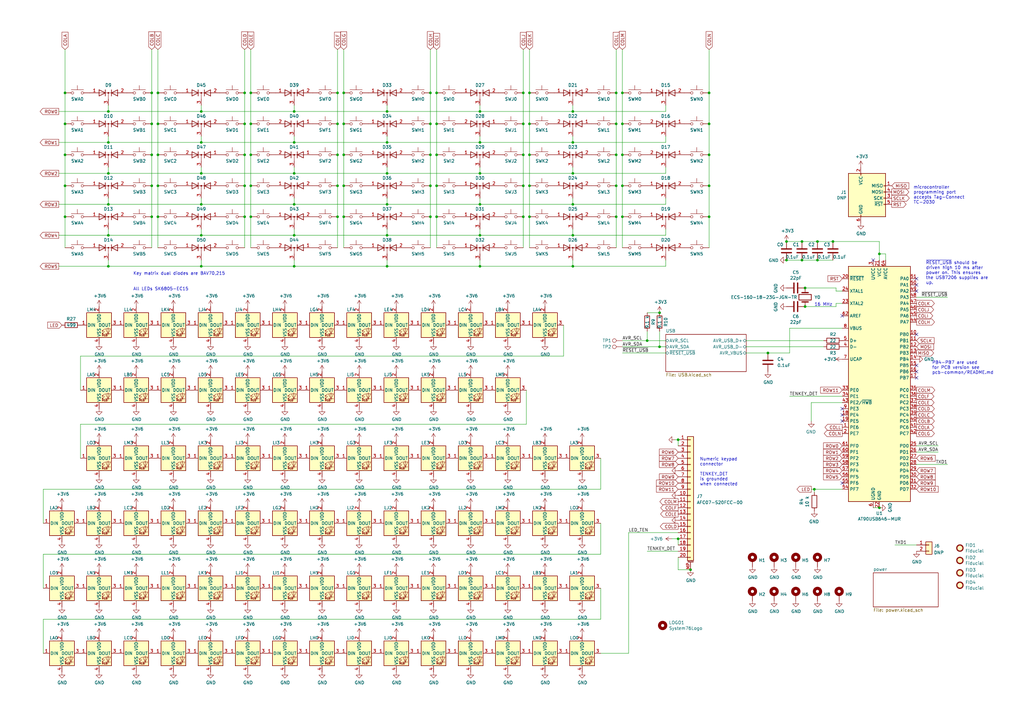
<source format=kicad_sch>
(kicad_sch (version 20230121) (generator eeschema)
  (paper "A3")
  (title_block (title "Launch") (date "2022-05-24") (rev "2.0") (company "System76"))
  (junction (at 102.87 76.2))
  (junction (at 158.75 109.22))
  (junction (at 341.63 99.06))
  (junction (at 120.65 83.82))
  (junction (at 62.23 38.1))
  (junction (at 120.65 109.22))
  (junction (at 120.65 45.72))
  (junction (at 252.73 38.1))
  (junction (at 196.85 71.12))
  (junction (at 252.73 76.2))
  (junction (at 44.45 58.42))
  (junction (at 140.97 76.2))
  (junction (at 64.77 88.9))
  (junction (at 176.53 88.9))
  (junction (at 255.27 50.8))
  (junction (at 322.58 99.06))
  (junction (at 330.2 125.73))
  (junction (at 138.43 88.9))
  (junction (at 176.53 63.5))
  (junction (at 140.97 50.8))
  (junction (at 138.43 76.2))
  (junction (at 100.33 76.2))
  (junction (at 265.43 139.7))
  (junction (at 290.83 38.1))
  (junction (at 158.75 83.82))
  (junction (at 44.45 109.22))
  (junction (at 82.55 45.72))
  (junction (at 270.51 128.27))
  (junction (at 234.95 71.12))
  (junction (at 64.77 76.2))
  (junction (at 328.93 106.68))
  (junction (at 179.07 63.5))
  (junction (at 234.95 45.72))
  (junction (at 196.85 45.72))
  (junction (at 214.63 63.5))
  (junction (at 158.75 45.72))
  (junction (at 82.55 109.22))
  (junction (at 328.93 99.06))
  (junction (at 158.75 96.52))
  (junction (at 176.53 38.1))
  (junction (at 217.17 50.8))
  (junction (at 234.95 96.52))
  (junction (at 217.17 38.1))
  (junction (at 82.55 58.42))
  (junction (at 44.45 83.82))
  (junction (at 176.53 76.2))
  (junction (at 179.07 38.1))
  (junction (at 140.97 63.5))
  (junction (at 214.63 38.1))
  (junction (at 64.77 38.1))
  (junction (at 140.97 38.1))
  (junction (at 120.65 96.52))
  (junction (at 314.96 144.78))
  (junction (at 26.67 50.8))
  (junction (at 335.28 99.06))
  (junction (at 255.27 88.9))
  (junction (at 62.23 76.2))
  (junction (at 214.63 50.8))
  (junction (at 234.95 109.22))
  (junction (at 100.33 88.9))
  (junction (at 100.33 38.1))
  (junction (at 140.97 88.9))
  (junction (at 26.67 63.5))
  (junction (at 322.58 106.68))
  (junction (at 290.83 63.5))
  (junction (at 176.53 50.8))
  (junction (at 179.07 76.2))
  (junction (at 100.33 50.8))
  (junction (at 82.55 83.82))
  (junction (at 44.45 96.52))
  (junction (at 290.83 76.2))
  (junction (at 214.63 88.9))
  (junction (at 102.87 38.1))
  (junction (at 335.28 106.68))
  (junction (at 255.27 63.5))
  (junction (at 196.85 109.22))
  (junction (at 120.65 71.12))
  (junction (at 179.07 88.9))
  (junction (at 82.55 71.12))
  (junction (at 44.45 45.72))
  (junction (at 290.83 50.8))
  (junction (at 62.23 63.5))
  (junction (at 158.75 71.12))
  (junction (at 214.63 76.2))
  (junction (at 26.67 38.1))
  (junction (at 64.77 63.5))
  (junction (at 217.17 76.2))
  (junction (at 62.23 50.8))
  (junction (at 26.67 88.9))
  (junction (at 44.45 71.12))
  (junction (at 252.73 88.9))
  (junction (at 217.17 63.5))
  (junction (at 217.17 88.9))
  (junction (at 138.43 50.8))
  (junction (at 278.13 180.34))
  (junction (at 334.01 200.66))
  (junction (at 290.83 88.9))
  (junction (at 234.95 83.82))
  (junction (at 278.13 220.98))
  (junction (at 330.2 118.11))
  (junction (at 62.23 88.9))
  (junction (at 360.68 104.14))
  (junction (at 100.33 63.5))
  (junction (at 26.67 76.2))
  (junction (at 158.75 58.42))
  (junction (at 255.27 76.2))
  (junction (at 120.65 58.42))
  (junction (at 252.73 50.8))
  (junction (at 360.68 208.28))
  (junction (at 196.85 96.52))
  (junction (at 196.85 83.82))
  (junction (at 255.27 38.1))
  (junction (at 234.95 58.42))
  (junction (at 138.43 63.5))
  (junction (at 102.87 63.5))
  (junction (at 252.73 63.5))
  (junction (at 82.55 96.52))
  (junction (at 102.87 50.8))
  (junction (at 102.87 88.9))
  (junction (at 64.77 50.8))
  (junction (at 196.85 58.42))
  (junction (at 283.21 233.68))
  (junction (at 179.07 50.8))
  (junction (at 138.43 38.1))
  (junction (at 270.51 142.24))
  (no_connect (at 358.14 106.68))
  (no_connect (at 345.44 129.54))
  (no_connect (at 375.92 137.16))
  (no_connect (at 375.92 119.38))
  (no_connect (at 375.92 116.84))
  (no_connect (at 375.92 114.3))
  (no_connect (at 345.44 167.64))
  (no_connect (at 345.44 198.12))
  (no_connect (at 345.44 170.18))
  (no_connect (at 345.44 172.72))
  (no_connect (at 375.92 154.94))
  (no_connect (at 375.92 152.4))
  (no_connect (at 375.92 149.86))
  (wire (pts (xy 290.83 50.8) (xy 290.83 63.5)))
  (wire (pts (xy 330.2 125.73) (xy 342.9 125.73)))
  (wire (pts (xy 120.65 96.52) (xy 158.75 96.52)))
  (wire (pts (xy 24.13 45.72) (xy 44.45 45.72)))
  (wire (pts (xy 140.97 88.9) (xy 140.97 101.6)))
  (wire (pts (xy 100.33 76.2) (xy 100.33 88.9)))
  (wire (pts (xy 328.93 99.06) (xy 322.58 99.06)))
  (wire (pts (xy 345.44 124.46) (xy 342.9 124.46)))
  (wire (pts (xy 217.17 88.9) (xy 217.17 101.6)))
  (wire (pts (xy 252.73 63.5) (xy 252.73 76.2)))
  (wire (pts (xy 64.77 76.2) (xy 64.77 88.9)))
  (wire (pts (xy 100.33 63.5) (xy 100.33 76.2)))
  (wire (pts (xy 24.13 83.82) (xy 44.45 83.82)))
  (wire (pts (xy 138.43 20.32) (xy 138.43 38.1)))
  (wire (pts (xy 44.45 68.58) (xy 44.45 71.12)))
  (wire (pts (xy 44.45 55.88) (xy 44.45 58.42)))
  (wire (pts (xy 33.02 187.96) (xy 33.02 173.99)))
  (wire (pts (xy 102.87 20.32) (xy 102.87 38.1)))
  (wire (pts (xy 102.87 76.2) (xy 102.87 88.9)))
  (wire (pts (xy 265.43 226.06) (xy 278.13 226.06)))
  (wire (pts (xy 273.05 96.52) (xy 273.05 93.98)))
  (wire (pts (xy 360.68 106.68) (xy 360.68 104.14)))
  (wire (pts (xy 234.95 106.68) (xy 234.95 109.22)))
  (wire (pts (xy 82.55 55.88) (xy 82.55 58.42)))
  (wire (pts (xy 176.53 38.1) (xy 176.53 50.8)))
  (wire (pts (xy 367.03 223.52) (xy 375.92 223.52)))
  (wire (pts (xy 62.23 63.5) (xy 62.23 50.8)))
  (wire (pts (xy 138.43 38.1) (xy 138.43 50.8)))
  (wire (pts (xy 140.97 76.2) (xy 140.97 88.9)))
  (wire (pts (xy 196.85 96.52) (xy 158.75 96.52)))
  (wire (pts (xy 196.85 109.22) (xy 234.95 109.22)))
  (wire (pts (xy 234.95 68.58) (xy 234.95 71.12)))
  (wire (pts (xy 231.14 146.05) (xy 231.14 133.35)))
  (wire (pts (xy 255.27 63.5) (xy 255.27 76.2)))
  (wire (pts (xy 273.05 83.82) (xy 273.05 81.28)))
  (wire (pts (xy 179.07 76.2) (xy 179.07 88.9)))
  (wire (pts (xy 82.55 45.72) (xy 120.65 45.72)))
  (wire (pts (xy 278.13 228.6) (xy 278.13 233.68)))
  (wire (pts (xy 214.63 20.32) (xy 214.63 38.1)))
  (wire (pts (xy 158.75 109.22) (xy 158.75 106.68)))
  (wire (pts (xy 270.51 128.27) (xy 265.43 128.27)))
  (wire (pts (xy 341.63 106.68) (xy 335.28 106.68)))
  (wire (pts (xy 214.63 76.2) (xy 214.63 88.9)))
  (wire (pts (xy 140.97 38.1) (xy 140.97 50.8)))
  (wire (pts (xy 334.01 200.66) (xy 332.74 200.66)))
  (wire (pts (xy 323.85 162.56) (xy 345.44 162.56)))
  (wire (pts (xy 196.85 68.58) (xy 196.85 71.12)))
  (wire (pts (xy 82.55 71.12) (xy 120.65 71.12)))
  (wire (pts (xy 388.62 121.92) (xy 375.92 121.92)))
  (wire (pts (xy 345.44 119.38) (xy 342.9 119.38)))
  (wire (pts (xy 215.9 173.99) (xy 215.9 160.02)))
  (wire (pts (xy 270.51 142.24) (xy 273.05 142.24)))
  (wire (pts (xy 100.33 38.1) (xy 100.33 50.8)))
  (wire (pts (xy 328.93 106.68) (xy 322.58 106.68)))
  (wire (pts (xy 252.73 50.8) (xy 252.73 63.5)))
  (wire (pts (xy 44.45 83.82) (xy 82.55 83.82)))
  (wire (pts (xy 179.07 38.1) (xy 179.07 50.8)))
  (wire (pts (xy 26.67 20.32) (xy 26.67 38.1)))
  (wire (pts (xy 158.75 71.12) (xy 158.75 68.58)))
  (wire (pts (xy 196.85 109.22) (xy 158.75 109.22)))
  (wire (pts (xy 44.45 106.68) (xy 44.45 109.22)))
  (wire (pts (xy 270.51 135.89) (xy 270.51 142.24)))
  (wire (pts (xy 17.78 214.63) (xy 17.78 200.66)))
  (wire (pts (xy 342.9 119.38) (xy 342.9 118.11)))
  (wire (pts (xy 82.55 58.42) (xy 120.65 58.42)))
  (wire (pts (xy 158.75 45.72) (xy 158.75 43.18)))
  (wire (pts (xy 255.27 88.9) (xy 255.27 101.6)))
  (wire (pts (xy 234.95 55.88) (xy 234.95 58.42)))
  (wire (pts (xy 179.07 20.32) (xy 179.07 38.1)))
  (wire (pts (xy 358.14 208.28) (xy 360.68 208.28)))
  (wire (pts (xy 17.78 267.97) (xy 17.78 254)))
  (wire (pts (xy 196.85 96.52) (xy 234.95 96.52)))
  (wire (pts (xy 138.43 63.5) (xy 138.43 76.2)))
  (wire (pts (xy 82.55 106.68) (xy 82.55 109.22)))
  (wire (pts (xy 363.22 104.14) (xy 360.68 104.14)))
  (wire (pts (xy 265.43 139.7) (xy 273.05 139.7)))
  (wire (pts (xy 24.13 96.52) (xy 44.45 96.52)))
  (wire (pts (xy 290.83 20.32) (xy 290.83 38.1)))
  (wire (pts (xy 290.83 88.9) (xy 290.83 101.6)))
  (wire (pts (xy 214.63 63.5) (xy 214.63 76.2)))
  (wire (pts (xy 120.65 43.18) (xy 120.65 45.72)))
  (wire (pts (xy 196.85 81.28) (xy 196.85 83.82)))
  (wire (pts (xy 62.23 20.32) (xy 62.23 38.1)))
  (wire (pts (xy 102.87 63.5) (xy 102.87 76.2)))
  (wire (pts (xy 323.85 144.78) (xy 323.85 134.62)))
  (wire (pts (xy 44.45 93.98) (xy 44.45 96.52)))
  (wire (pts (xy 246.38 267.97) (xy 257.81 267.97)))
  (wire (pts (xy 44.45 109.22) (xy 82.55 109.22)))
  (wire (pts (xy 234.95 45.72) (xy 273.05 45.72)))
  (wire (pts (xy 214.63 50.8) (xy 214.63 63.5)))
  (wire (pts (xy 120.65 106.68) (xy 120.65 109.22)))
  (wire (pts (xy 265.43 135.89) (xy 265.43 139.7)))
  (wire (pts (xy 278.13 233.68) (xy 283.21 233.68)))
  (wire (pts (xy 290.83 38.1) (xy 290.83 50.8)))
  (wire (pts (xy 234.95 93.98) (xy 234.95 96.52)))
  (wire (pts (xy 234.95 109.22) (xy 273.05 109.22)))
  (wire (pts (xy 234.95 83.82) (xy 273.05 83.82)))
  (wire (pts (xy 100.33 20.32) (xy 100.33 38.1)))
  (wire (pts (xy 196.85 45.72) (xy 158.75 45.72)))
  (wire (pts (xy 64.77 50.8) (xy 64.77 63.5)))
  (wire (pts (xy 278.13 220.98) (xy 278.13 223.52)))
  (wire (pts (xy 252.73 20.32) (xy 252.73 38.1)))
  (wire (pts (xy 255.27 142.24) (xy 270.51 142.24)))
  (wire (pts (xy 62.23 63.5) (xy 62.23 76.2)))
  (wire (pts (xy 196.85 45.72) (xy 234.95 45.72)))
  (wire (pts (xy 138.43 50.8) (xy 138.43 63.5)))
  (wire (pts (xy 179.07 63.5) (xy 179.07 76.2)))
  (wire (pts (xy 176.53 88.9) (xy 176.53 101.6)))
  (wire (pts (xy 342.9 124.46) (xy 342.9 125.73)))
  (wire (pts (xy 176.53 20.32) (xy 176.53 38.1)))
  (wire (pts (xy 255.27 38.1) (xy 255.27 50.8)))
  (wire (pts (xy 44.45 71.12) (xy 82.55 71.12)))
  (wire (pts (xy 217.17 63.5) (xy 217.17 76.2)))
  (wire (pts (xy 255.27 50.8) (xy 255.27 63.5)))
  (wire (pts (xy 64.77 63.5) (xy 64.77 76.2)))
  (wire (pts (xy 120.65 93.98) (xy 120.65 96.52)))
  (wire (pts (xy 44.45 58.42) (xy 82.55 58.42)))
  (wire (pts (xy 217.17 20.32) (xy 217.17 38.1)))
  (wire (pts (xy 62.23 88.9) (xy 62.23 101.6)))
  (wire (pts (xy 24.13 58.42) (xy 44.45 58.42)))
  (wire (pts (xy 306.07 144.78) (xy 314.96 144.78)))
  (wire (pts (xy 196.85 71.12) (xy 234.95 71.12)))
  (wire (pts (xy 64.77 38.1) (xy 64.77 50.8)))
  (wire (pts (xy 26.67 76.2) (xy 26.67 88.9)))
  (wire (pts (xy 62.23 38.1) (xy 62.23 50.8)))
  (wire (pts (xy 82.55 83.82) (xy 120.65 83.82)))
  (wire (pts (xy 306.07 139.7) (xy 337.82 139.7)))
  (wire (pts (xy 231.14 146.05) (xy 33.02 146.05)))
  (wire (pts (xy 140.97 20.32) (xy 140.97 38.1)))
  (wire (pts (xy 196.85 83.82) (xy 158.75 83.82)))
  (wire (pts (xy 17.78 227.33) (xy 246.38 227.33)))
  (wire (pts (xy 179.07 50.8) (xy 179.07 63.5)))
  (wire (pts (xy 82.55 93.98) (xy 82.55 96.52)))
  (wire (pts (xy 138.43 88.9) (xy 138.43 101.6)))
  (wire (pts (xy 345.44 200.66) (xy 334.01 200.66)))
  (wire (pts (xy 44.45 43.18) (xy 44.45 45.72)))
  (wire (pts (xy 278.13 218.44) (xy 257.81 218.44)))
  (wire (pts (xy 179.07 88.9) (xy 179.07 101.6)))
  (wire (pts (xy 275.59 220.98) (xy 278.13 220.98)))
  (wire (pts (xy 176.53 63.5) (xy 176.53 76.2)))
  (wire (pts (xy 17.78 254) (xy 246.38 254)))
  (wire (pts (xy 214.63 38.1) (xy 214.63 50.8)))
  (wire (pts (xy 314.96 144.78) (xy 323.85 144.78)))
  (wire (pts (xy 323.85 134.62) (xy 345.44 134.62)))
  (wire (pts (xy 252.73 38.1) (xy 252.73 50.8)))
  (wire (pts (xy 26.67 38.1) (xy 26.67 50.8)))
  (wire (pts (xy 158.75 58.42) (xy 158.75 55.88)))
  (wire (pts (xy 138.43 76.2) (xy 138.43 88.9)))
  (wire (pts (xy 363.22 106.68) (xy 363.22 104.14)))
  (wire (pts (xy 217.17 50.8) (xy 217.17 63.5)))
  (wire (pts (xy 335.28 106.68) (xy 328.93 106.68)))
  (wire (pts (xy 255.27 144.78) (xy 273.05 144.78)))
  (wire (pts (xy 102.87 88.9) (xy 102.87 101.6)))
  (wire (pts (xy 255.27 76.2) (xy 255.27 88.9)))
  (wire (pts (xy 17.78 200.66) (xy 246.38 200.66)))
  (wire (pts (xy 196.85 106.68) (xy 196.85 109.22)))
  (wire (pts (xy 44.45 45.72) (xy 82.55 45.72)))
  (wire (pts (xy 276.86 180.34) (xy 278.13 180.34)))
  (wire (pts (xy 196.85 58.42) (xy 158.75 58.42)))
  (wire (pts (xy 26.67 88.9) (xy 26.67 101.6)))
  (wire (pts (xy 140.97 50.8) (xy 140.97 63.5)))
  (wire (pts (xy 158.75 83.82) (xy 158.75 81.28)))
  (wire (pts (xy 82.55 83.82) (xy 82.55 81.28)))
  (wire (pts (xy 196.85 93.98) (xy 196.85 96.52)))
  (wire (pts (xy 82.55 45.72) (xy 82.55 43.18)))
  (wire (pts (xy 252.73 88.9) (xy 252.73 101.6)))
  (wire (pts (xy 196.85 43.18) (xy 196.85 45.72)))
  (wire (pts (xy 255.27 20.32) (xy 255.27 38.1)))
  (wire (pts (xy 26.67 63.5) (xy 26.67 76.2)))
  (wire (pts (xy 120.65 71.12) (xy 158.75 71.12)))
  (wire (pts (xy 120.65 109.22) (xy 158.75 109.22)))
  (wire (pts (xy 100.33 88.9) (xy 100.33 101.6)))
  (wire (pts (xy 246.38 227.33) (xy 246.38 214.63)))
  (wire (pts (xy 100.33 50.8) (xy 100.33 63.5)))
  (wire (pts (xy 255.27 139.7) (xy 265.43 139.7)))
  (wire (pts (xy 33.02 173.99) (xy 215.9 173.99)))
  (wire (pts (xy 290.83 63.5) (xy 290.83 76.2)))
  (wire (pts (xy 290.83 76.2) (xy 290.83 88.9)))
  (wire (pts (xy 120.65 83.82) (xy 158.75 83.82)))
  (wire (pts (xy 246.38 254) (xy 246.38 241.3)))
  (wire (pts (xy 341.63 99.06) (xy 360.68 99.06)))
  (wire (pts (xy 82.55 109.22) (xy 120.65 109.22)))
  (wire (pts (xy 82.55 68.58) (xy 82.55 71.12)))
  (wire (pts (xy 120.65 45.72) (xy 158.75 45.72)))
  (wire (pts (xy 246.38 200.66) (xy 246.38 187.96)))
  (wire (pts (xy 62.23 76.2) (xy 62.23 88.9)))
  (wire (pts (xy 273.05 109.22) (xy 273.05 106.68)))
  (wire (pts (xy 33.02 146.05) (xy 33.02 160.02)))
  (wire (pts (xy 44.45 81.28) (xy 44.45 83.82)))
  (wire (pts (xy 17.78 241.3) (xy 17.78 227.33)))
  (wire (pts (xy 196.85 58.42) (xy 234.95 58.42)))
  (wire (pts (xy 102.87 38.1) (xy 102.87 50.8)))
  (wire (pts (xy 120.65 55.88) (xy 120.65 58.42)))
  (wire (pts (xy 360.68 104.14) (xy 360.68 99.06)))
  (wire (pts (xy 234.95 71.12) (xy 273.05 71.12)))
  (wire (pts (xy 306.07 142.24) (xy 337.82 142.24)))
  (wire (pts (xy 140.97 63.5) (xy 140.97 76.2)))
  (wire (pts (xy 384.81 182.88) (xy 375.92 182.88)))
  (wire (pts (xy 214.63 88.9) (xy 214.63 101.6)))
  (wire (pts (xy 234.95 81.28) (xy 234.95 83.82)))
  (wire (pts (xy 82.55 96.52) (xy 120.65 96.52)))
  (wire (pts (xy 102.87 50.8) (xy 102.87 63.5)))
  (wire (pts (xy 273.05 45.72) (xy 273.05 43.18)))
  (wire (pts (xy 64.77 88.9) (xy 64.77 101.6)))
  (wire (pts (xy 384.81 185.42) (xy 375.92 185.42)))
  (wire (pts (xy 345.44 165.1) (xy 332.74 165.1)))
  (wire (pts (xy 332.74 165.1) (xy 332.74 172.72)))
  (wire (pts (xy 158.75 96.52) (xy 158.75 93.98)))
  (wire (pts (xy 234.95 58.42) (xy 273.05 58.42)))
  (wire (pts (xy 24.13 109.22) (xy 44.45 109.22)))
  (wire (pts (xy 388.62 190.5) (xy 375.92 190.5)))
  (wire (pts (xy 234.95 43.18) (xy 234.95 45.72)))
  (wire (pts (xy 120.65 81.28) (xy 120.65 83.82)))
  (wire (pts (xy 252.73 76.2) (xy 252.73 88.9)))
  (wire (pts (xy 196.85 83.82) (xy 234.95 83.82)))
  (wire (pts (xy 196.85 71.12) (xy 158.75 71.12)))
  (wire (pts (xy 176.53 50.8) (xy 176.53 63.5)))
  (wire (pts (xy 341.63 99.06) (xy 335.28 99.06)))
  (wire (pts (xy 26.67 50.8) (xy 26.67 63.5)))
  (wire (pts (xy 335.28 99.06) (xy 328.93 99.06)))
  (wire (pts (xy 273.05 58.42) (xy 273.05 55.88)))
  (wire (pts (xy 217.17 38.1) (xy 217.17 50.8)))
  (wire (pts (xy 120.65 58.42) (xy 158.75 58.42)))
  (wire (pts (xy 273.05 71.12) (xy 273.05 68.58)))
  (wire (pts (xy 278.13 180.34) (xy 278.13 182.88)))
  (wire (pts (xy 334.01 201.93) (xy 334.01 200.66)))
  (wire (pts (xy 330.2 118.11) (xy 342.9 118.11)))
  (wire (pts (xy 176.53 76.2) (xy 176.53 88.9)))
  (wire (pts (xy 257.81 218.44) (xy 257.81 267.97)))
  (wire (pts (xy 120.65 68.58) (xy 120.65 71.12)))
  (wire (pts (xy 24.13 71.12) (xy 44.45 71.12)))
  (wire (pts (xy 217.17 76.2) (xy 217.17 88.9)))
  (wire (pts (xy 196.85 55.88) (xy 196.85 58.42)))
  (wire (pts (xy 234.95 96.52) (xy 273.05 96.52)))
  (wire (pts (xy 64.77 20.32) (xy 64.77 38.1)))
  (wire (pts (xy 44.45 96.52) (xy 82.55 96.52)))
  (text "Key matrix dual diodes are BAV70,215" (at 54.61 113.03 0) (effects (font (size 1.27 1.27)) (justify left bottom)))
  (text "Numeric keypad\nconnector\n\nTENKEY_DET\nis grounded\nwhen connected" (at 287.02 199.39 0) (effects (font (size 1.27 1.27)) (justify left bottom)))
  (text "All LEDs SK6805-EC15" (at 54.61 119.38 0) (effects (font (size 1.27 1.27)) (justify left bottom)))
  (text "~{RESET_USB} should be\ndriven high 10 ms after\npower on. This ensures\nthe USB7206 supplies are\nup." (at 379.73 116.84 0) (effects (font (size 1.27 1.27)) (justify left bottom)))
  (text "16 MHz" (at 334.01 125.73 0) (effects (font (size 1.27 1.27)) (justify left bottom)))
  (text "microcontroller\nprogramming port\naccepts Tag-Connect\nTC-2030" (at 374.65 83.82 0) (effects (font (size 1.27 1.27)) (justify left bottom)))
  (text "PB4-PB7 are used\nfor PCB version see\npcb-common/README.md" (at 382.27 153.67 0) (effects (font (size 1.27 1.27)) (justify left bottom)))
  (label "~{RESET_USB}" (at 255.27 144.78 0))
  (label "LED_TEN" (at 257.81 218.44 0))
  (label "AVR_SCL" (at 384.81 182.88 180))
  (label "TXD1" (at 388.62 190.5 180))
  (label "AVR_SDA" (at 255.27 142.24 0))
  (label "~{RESET_USB}" (at 388.62 121.92 180))
  (label "TENKEY_DET" (at 265.43 226.06 0))
  (label "AVR_SDA" (at 384.81 185.42 180))
  (label "TXD1" (at 367.03 223.52 0))
  (label "TENKEY_DET" (at 323.85 162.56 0))
  (label "AVR_SCL" (at 255.27 139.7 0))
  (global_label "ROW5" (shape input) (at 345.44 195.58 180) (property "Intersheetrefs" "${INTERSHEET_REFS}" (effects hide)))
  (global_label "COLL" (shape output) (at 345.44 175.26 180) (property "Intersheetrefs" "${INTERSHEET_REFS}" (effects hide)))
  (global_label "ROW1" (shape input) (at 345.44 185.42 180) (property "Intersheetrefs" "${INTERSHEET_REFS}" (effects hide)))
  (global_label "COLN" (shape input) (at 290.83 20.32 90) (property "Intersheetrefs" "${INTERSHEET_REFS}" (effects hide)))
  (global_label "RST" (shape output) (at 365.76 83.82 0) (property "Intersheetrefs" "${INTERSHEET_REFS}" (effects hide)))
  (global_label "ROW3" (shape input) (at 345.44 190.5 180) (property "Intersheetrefs" "${INTERSHEET_REFS}" (effects hide)))
  (global_label "COLA" (shape output) (at 375.92 175.26 0) (property "Intersheetrefs" "${INTERSHEET_REFS}" (effects hide)))
  (global_label "COLM" (shape output) (at 375.92 160.02 0) (property "Intersheetrefs" "${INTERSHEET_REFS}" (effects hide)))
  (global_label "ROW8" (shape input) (at 375.92 195.58 0) (property "Intersheetrefs" "${INTERSHEET_REFS}" (effects hide)))
  (global_label "COLB" (shape output) (at 375.92 172.72 0) (property "Intersheetrefs" "${INTERSHEET_REFS}" (effects hide)))
  (global_label "COLK" (shape output) (at 375.92 124.46 0) (property "Intersheetrefs" "${INTERSHEET_REFS}" (effects hide)))
  (global_label "LED" (shape input) (at 25.4 133.35 180) (property "Intersheetrefs" "${INTERSHEET_REFS}" (effects hide)))
  (global_label "ROW11" (shape input) (at 278.13 200.66 180) (property "Intersheetrefs" "${INTERSHEET_REFS}" (effects hide)))
  (global_label "ROW9" (shape input) (at 375.92 198.12 0) (property "Intersheetrefs" "${INTERSHEET_REFS}" (effects hide)))
  (global_label "ROW0" (shape output) (at 24.13 45.72 180) (property "Intersheetrefs" "${INTERSHEET_REFS}" (effects hide)))
  (global_label "COLL" (shape input) (at 252.73 20.32 90) (property "Intersheetrefs" "${INTERSHEET_REFS}" (effects hide)))
  (global_label "ROW5" (shape output) (at 24.13 109.22 180) (property "Intersheetrefs" "${INTERSHEET_REFS}" (effects hide)))
  (global_label "ROW1" (shape output) (at 24.13 58.42 180) (property "Intersheetrefs" "${INTERSHEET_REFS}" (effects hide)))
  (global_label "ROW7" (shape input) (at 375.92 193.04 0) (property "Intersheetrefs" "${INTERSHEET_REFS}" (effects hide)))
  (global_label "ROW6" (shape input) (at 278.13 185.42 180) (property "Intersheetrefs" "${INTERSHEET_REFS}" (effects hide)))
  (global_label "ROW2" (shape input) (at 345.44 187.96 180) (property "Intersheetrefs" "${INTERSHEET_REFS}" (effects hide)))
  (global_label "COLM" (shape input) (at 255.27 20.32 90) (property "Intersheetrefs" "${INTERSHEET_REFS}" (effects hide)))
  (global_label "ROW0" (shape input) (at 345.44 182.88 180) (property "Intersheetrefs" "${INTERSHEET_REFS}" (effects hide)))
  (global_label "SCLK" (shape output) (at 365.76 81.28 0) (property "Intersheetrefs" "${INTERSHEET_REFS}" (effects hide)))
  (global_label "MOSI" (shape input) (at 375.92 142.24 0) (property "Intersheetrefs" "${INTERSHEET_REFS}" (effects hide)))
  (global_label "MISO" (shape input) (at 365.76 76.2 0) (property "Intersheetrefs" "${INTERSHEET_REFS}" (effects hide)))
  (global_label "MOSI" (shape output) (at 365.76 78.74 0) (property "Intersheetrefs" "${INTERSHEET_REFS}" (effects hide)))
  (global_label "COLG" (shape output) (at 375.92 177.8 0) (property "Intersheetrefs" "${INTERSHEET_REFS}" (effects hide)))
  (global_label "SCLK" (shape input) (at 375.92 139.7 0) (property "Intersheetrefs" "${INTERSHEET_REFS}" (effects hide)))
  (global_label "COLN" (shape output) (at 345.44 177.8 180) (property "Intersheetrefs" "${INTERSHEET_REFS}" (effects hide)))
  (global_label "COLK" (shape input) (at 217.17 20.32 90) (property "Intersheetrefs" "${INTERSHEET_REFS}" (effects hide)))
  (global_label "COLC" (shape input) (at 64.77 20.32 90) (property "Intersheetrefs" "${INTERSHEET_REFS}" (effects hide)))
  (global_label "ROW2" (shape output) (at 24.13 71.12 180) (property "Intersheetrefs" "${INTERSHEET_REFS}" (effects hide)))
  (global_label "RST" (shape input) (at 345.44 114.3 180) (property "Intersheetrefs" "${INTERSHEET_REFS}" (effects hide)))
  (global_label "ROW10" (shape input) (at 278.13 198.12 180) (property "Intersheetrefs" "${INTERSHEET_REFS}" (effects hide)))
  (global_label "COLE" (shape output) (at 375.92 165.1 0) (property "Intersheetrefs" "${INTERSHEET_REFS}" (effects hide)))
  (global_label "LED" (shape output) (at 332.74 200.66 180) (property "Intersheetrefs" "${INTERSHEET_REFS}" (effects hide)))
  (global_label "COLD" (shape output) (at 278.13 215.9 180) (property "Intersheetrefs" "${INTERSHEET_REFS}" (effects hide)))
  (global_label "ROW3" (shape output) (at 24.13 83.82 180) (property "Intersheetrefs" "${INTERSHEET_REFS}" (effects hide)))
  (global_label "ROW11" (shape input) (at 345.44 160.02 180) (property "Intersheetrefs" "${INTERSHEET_REFS}" (effects hide)))
  (global_label "COLJ" (shape input) (at 214.63 20.32 90) (property "Intersheetrefs" "${INTERSHEET_REFS}" (effects hide)))
  (global_label "COLI" (shape input) (at 179.07 20.32 90) (property "Intersheetrefs" "${INTERSHEET_REFS}" (effects hide)))
  (global_label "ROW4" (shape input) (at 345.44 193.04 180) (property "Intersheetrefs" "${INTERSHEET_REFS}" (effects hide)))
  (global_label "COLM" (shape output) (at 278.13 205.74 180) (property "Intersheetrefs" "${INTERSHEET_REFS}" (effects hide)))
  (global_label "ROW8" (shape input) (at 278.13 190.5 180) (property "Intersheetrefs" "${INTERSHEET_REFS}" (effects hide)))
  (global_label "ROW4" (shape output) (at 24.13 96.52 180) (property "Intersheetrefs" "${INTERSHEET_REFS}" (effects hide)))
  (global_label "ROW9" (shape input) (at 278.13 195.58 180) (property "Intersheetrefs" "${INTERSHEET_REFS}" (effects hide)))
  (global_label "COLH" (shape output) (at 375.92 132.08 0) (property "Intersheetrefs" "${INTERSHEET_REFS}" (effects hide)))
  (global_label "COLF" (shape output) (at 375.92 162.56 0) (property "Intersheetrefs" "${INTERSHEET_REFS}" (effects hide)))
  (global_label "COLE" (shape output) (at 278.13 210.82 180) (property "Intersheetrefs" "${INTERSHEET_REFS}" (effects hide)))
  (global_label "MISO" (shape output) (at 375.92 144.78 0) (property "Intersheetrefs" "${INTERSHEET_REFS}" (effects hide)))
  (global_label "COLF" (shape output) (at 278.13 208.28 180) (property "Intersheetrefs" "${INTERSHEET_REFS}" (effects hide)))
  (global_label "COLG" (shape input) (at 140.97 20.32 90) (property "Intersheetrefs" "${INTERSHEET_REFS}" (effects hide)))
  (global_label "ROW10" (shape input) (at 375.92 200.66 0) (property "Intersheetrefs" "${INTERSHEET_REFS}" (effects hide)))
  (global_label "COLJ" (shape output) (at 375.92 127 0) (property "Intersheetrefs" "${INTERSHEET_REFS}" (effects hide)))
  (global_label "COLA" (shape input) (at 26.67 20.32 90) (property "Intersheetrefs" "${INTERSHEET_REFS}" (effects hide)))
  (global_label "ROW6" (shape input) (at 375.92 187.96 0) (property "Intersheetrefs" "${INTERSHEET_REFS}" (effects hide)))
  (global_label "COLI" (shape output) (at 375.92 129.54 0) (property "Intersheetrefs" "${INTERSHEET_REFS}" (effects hide)))
  (global_label "COLD" (shape output) (at 375.92 167.64 0) (property "Intersheetrefs" "${INTERSHEET_REFS}" (effects hide)))
  (global_label "COLF" (shape input) (at 138.43 20.32 90) (property "Intersheetrefs" "${INTERSHEET_REFS}" (effects hide)))
  (global_label "COLE" (shape input) (at 102.87 20.32 90) (property "Intersheetrefs" "${INTERSHEET_REFS}" (effects hide)))
  (global_label "ROW7" (shape input) (at 278.13 187.96 180) (property "Intersheetrefs" "${INTERSHEET_REFS}" (effects hide)))
  (global_label "COLD" (shape input) (at 100.33 20.32 90) (property "Intersheetrefs" "${INTERSHEET_REFS}" (effects hide)))
  (global_label "COLH" (shape input) (at 176.53 20.32 90) (property "Intersheetrefs" "${INTERSHEET_REFS}" (effects hide)))
  (global_label "COLB" (shape input) (at 62.23 20.32 90) (property "Intersheetrefs" "${INTERSHEET_REFS}" (effects hide)))
  (global_label "COLC" (shape output) (at 375.92 170.18 0) (property "Intersheetrefs" "${INTERSHEET_REFS}" (effects hide)))
  (symbol (lib_id "Switch:SW_Push") (at 31.75 38.1 0) (unit 1)
    (property "Reference" "SWA0" (at 31.75 40.64 0))
    (property "Value" "CPG151101S11" (effects hide))
    (property "Footprint" "Kailh:Kailh_socket_MX" (effects hide))
    (property "Manufacturer" "Kailh" (effects hide))
  )
  (symbol (lib_id "Switch:SW_Push") (at 57.15 38.1 0) (mirror y) (unit 1)
    (property "Reference" "SWB0" (at 57.15 40.64 0))
    (property "Value" "CPG151101S11" (effects hide))
    (property "Footprint" "Kailh:Kailh_socket_MX" (effects hide))
    (property "Manufacturer" "Kailh" (effects hide))
  )
  (symbol (lib_id "Switch:SW_Push") (at 69.85 38.1 0) (unit 1)
    (property "Reference" "SWC0" (at 69.85 40.64 0))
    (property "Value" "CPG151101S11" (effects hide))
    (property "Footprint" "Kailh:Kailh_socket_MX" (effects hide))
    (property "Manufacturer" "Kailh" (effects hide))
  )
  (symbol (lib_id "Switch:SW_Push") (at 95.25 38.1 0) (mirror y) (unit 1)
    (property "Reference" "SWD0" (at 95.25 40.64 0))
    (property "Value" "CPG151101S11" (effects hide))
    (property "Footprint" "Kailh:Kailh_socket_MX" (effects hide))
    (property "Manufacturer" "Kailh" (effects hide))
  )
  (symbol (lib_id "Switch:SW_Push") (at 107.95 38.1 0) (unit 1)
    (property "Reference" "SWE0" (at 107.95 40.64 0))
    (property "Value" "CPG151101S11" (effects hide))
    (property "Footprint" "Kailh:Kailh_socket_MX" (effects hide))
    (property "Manufacturer" "Kailh" (effects hide))
  )
  (symbol (lib_id "Switch:SW_Push") (at 133.35 38.1 0) (mirror y) (unit 1)
    (property "Reference" "SWF0" (at 133.35 40.64 0))
    (property "Value" "CPG151101S11" (effects hide))
    (property "Footprint" "Kailh:Kailh_socket_MX" (effects hide))
    (property "Manufacturer" "Kailh" (effects hide))
  )
  (symbol (lib_id "Switch:SW_Push") (at 146.05 38.1 0) (unit 1)
    (property "Reference" "SWG0" (at 146.05 40.64 0))
    (property "Value" "CPG151101S11" (effects hide))
    (property "Footprint" "Kailh:Kailh_socket_MX" (effects hide))
    (property "Manufacturer" "Kailh" (effects hide))
  )
  (symbol (lib_id "Switch:SW_Push") (at 171.45 38.1 0) (mirror y) (unit 1)
    (property "Reference" "SWH0" (at 171.45 40.64 0))
    (property "Value" "CPG151101S11" (effects hide))
    (property "Footprint" "Kailh:Kailh_socket_MX" (effects hide))
    (property "Manufacturer" "Kailh" (effects hide))
  )
  (symbol (lib_id "Switch:SW_Push") (at 184.15 38.1 0) (unit 1)
    (property "Reference" "SWI0" (at 184.15 40.64 0))
    (property "Value" "CPG151101S11" (effects hide))
    (property "Footprint" "Kailh:Kailh_socket_MX" (effects hide))
    (property "Manufacturer" "Kailh" (effects hide))
  )
  (symbol (lib_id "Switch:SW_Push") (at 209.55 38.1 0) (mirror y) (unit 1)
    (property "Reference" "SWJ0" (at 209.55 40.64 0))
    (property "Value" "CPG151101S11" (effects hide))
    (property "Footprint" "Kailh:Kailh_socket_MX" (effects hide))
    (property "Manufacturer" "Kailh" (effects hide))
  )
  (symbol (lib_id "Switch:SW_Push") (at 222.25 38.1 0) (unit 1)
    (property "Reference" "SWK0" (at 222.25 40.64 0))
    (property "Value" "CPG151101S11" (effects hide))
    (property "Footprint" "Kailh:Kailh_socket_MX" (effects hide))
    (property "Manufacturer" "Kailh" (effects hide))
  )
  (symbol (lib_id "Switch:SW_Push") (at 247.65 38.1 0) (mirror y) (unit 1)
    (property "Reference" "SWL0" (at 247.65 40.64 0))
    (property "Value" "CPG151101S11" (effects hide))
    (property "Footprint" "Kailh:Kailh_socket_MX" (effects hide))
    (property "Manufacturer" "Kailh" (effects hide))
  )
  (symbol (lib_id "Switch:SW_Push") (at 260.35 38.1 0) (unit 1)
    (property "Reference" "SWM0" (at 260.35 40.64 0))
    (property "Value" "CPG151101S11" (effects hide))
    (property "Footprint" "Kailh:Kailh_socket_MX" (effects hide))
    (property "Manufacturer" "Kailh" (effects hide))
  )
  (symbol (lib_id "Switch:SW_Push") (at 285.75 38.1 0) (mirror y) (unit 1)
    (property "Reference" "SWN0" (at 285.75 40.64 0))
    (property "Value" "CPG151101S11" (effects hide))
    (property "Footprint" "Kailh:Kailh_socket_MX" (effects hide))
    (property "Manufacturer" "Kailh" (effects hide))
  )
  (symbol (lib_id "Switch:SW_Push") (at 31.75 50.8 0) (unit 1)
    (property "Reference" "SWA1" (at 31.75 53.34 0))
    (property "Value" "CPG151101S11" (effects hide))
    (property "Footprint" "Kailh:Kailh_socket_MX" (effects hide))
    (property "Manufacturer" "Kailh" (effects hide))
  )
  (symbol (lib_id "Switch:SW_Push") (at 57.15 50.8 0) (mirror y) (unit 1)
    (property "Reference" "SWB1" (at 57.15 53.34 0))
    (property "Value" "CPG151101S11" (effects hide))
    (property "Footprint" "Kailh:Kailh_socket_MX" (effects hide))
    (property "Manufacturer" "Kailh" (effects hide))
  )
  (symbol (lib_id "Switch:SW_Push") (at 69.85 50.8 0) (unit 1)
    (property "Reference" "SWC1" (at 69.85 53.34 0))
    (property "Value" "CPG151101S11" (effects hide))
    (property "Footprint" "Kailh:Kailh_socket_MX" (effects hide))
    (property "Manufacturer" "Kailh" (effects hide))
  )
  (symbol (lib_id "Switch:SW_Push") (at 95.25 50.8 0) (mirror y) (unit 1)
    (property "Reference" "SWD1" (at 95.25 53.34 0))
    (property "Value" "CPG151101S11" (effects hide))
    (property "Footprint" "Kailh:Kailh_socket_MX" (effects hide))
    (property "Manufacturer" "Kailh" (effects hide))
  )
  (symbol (lib_id "Switch:SW_Push") (at 107.95 50.8 0) (unit 1)
    (property "Reference" "SWE1" (at 107.95 53.34 0))
    (property "Value" "CPG151101S11" (effects hide))
    (property "Footprint" "Kailh:Kailh_socket_MX" (effects hide))
    (property "Manufacturer" "Kailh" (effects hide))
  )
  (symbol (lib_id "Switch:SW_Push") (at 133.35 50.8 0) (mirror y) (unit 1)
    (property "Reference" "SWF1" (at 133.35 53.34 0))
    (property "Value" "CPG151101S11" (effects hide))
    (property "Footprint" "Kailh:Kailh_socket_MX" (effects hide))
    (property "Manufacturer" "Kailh" (effects hide))
  )
  (symbol (lib_id "Switch:SW_Push") (at 146.05 50.8 0) (unit 1)
    (property "Reference" "SWG1" (at 146.05 53.34 0))
    (property "Value" "CPG151101S11" (effects hide))
    (property "Footprint" "Kailh:Kailh_socket_MX" (effects hide))
    (property "Manufacturer" "Kailh" (effects hide))
  )
  (symbol (lib_id "Switch:SW_Push") (at 171.45 50.8 0) (mirror y) (unit 1)
    (property "Reference" "SWH1" (at 171.45 53.34 0))
    (property "Value" "CPG151101S11" (effects hide))
    (property "Footprint" "Kailh:Kailh_socket_MX" (effects hide))
    (property "Manufacturer" "Kailh" (effects hide))
  )
  (symbol (lib_id "Switch:SW_Push") (at 184.15 50.8 0) (unit 1)
    (property "Reference" "SWI1" (at 184.15 53.34 0))
    (property "Value" "CPG151101S11" (effects hide))
    (property "Footprint" "Kailh:Kailh_socket_MX" (effects hide))
    (property "Manufacturer" "Kailh" (effects hide))
  )
  (symbol (lib_id "Switch:SW_Push") (at 209.55 50.8 0) (mirror y) (unit 1)
    (property "Reference" "SWJ1" (at 209.55 53.34 0))
    (property "Value" "CPG151101S11" (effects hide))
    (property "Footprint" "Kailh:Kailh_socket_MX" (effects hide))
    (property "Manufacturer" "Kailh" (effects hide))
  )
  (symbol (lib_id "Switch:SW_Push") (at 222.25 50.8 0) (unit 1)
    (property "Reference" "SWK1" (at 222.25 53.34 0))
    (property "Value" "CPG151101S11" (effects hide))
    (property "Footprint" "Kailh:Kailh_socket_MX" (effects hide))
    (property "Manufacturer" "Kailh" (effects hide))
  )
  (symbol (lib_id "Switch:SW_Push") (at 247.65 50.8 0) (mirror y) (unit 1)
    (property "Reference" "SWL1" (at 247.65 53.34 0))
    (property "Value" "CPG151101S11" (effects hide))
    (property "Footprint" "Kailh:Kailh_socket_MX" (effects hide))
    (property "Manufacturer" "Kailh" (effects hide))
  )
  (symbol (lib_id "Switch:SW_Push") (at 260.35 50.8 0) (unit 1)
    (property "Reference" "SWM1" (at 260.35 53.34 0))
    (property "Value" "CPG151101S11" (effects hide))
    (property "Footprint" "Kailh:Kailh_socket_MX" (effects hide))
    (property "Manufacturer" "Kailh" (effects hide))
  )
  (symbol (lib_id "Switch:SW_Push") (at 285.75 50.8 0) (mirror y) (unit 1)
    (property "Reference" "SWN1" (at 285.75 53.34 0))
    (property "Value" "CPG151101S11" (effects hide))
    (property "Footprint" "Kailh:Kailh_socket_MX" (effects hide))
    (property "Manufacturer" "Kailh" (effects hide))
  )
  (symbol (lib_id "Switch:SW_Push") (at 285.75 63.5 0) (mirror y) (unit 1)
    (property "Reference" "SWN2" (at 285.75 66.04 0))
    (property "Value" "CPG151101S11" (effects hide))
    (property "Footprint" "Kailh:Kailh_socket_MX" (effects hide))
    (property "Manufacturer" "Kailh" (effects hide))
  )
  (symbol (lib_id "Switch:SW_Push") (at 260.35 63.5 0) (unit 1)
    (property "Reference" "SWM2" (at 260.35 66.04 0))
    (property "Value" "CPG151101S11" (effects hide))
    (property "Footprint" "Kailh:Kailh_socket_MX" (effects hide))
    (property "Manufacturer" "Kailh" (effects hide))
  )
  (symbol (lib_id "Switch:SW_Push") (at 247.65 63.5 0) (mirror y) (unit 1)
    (property "Reference" "SWL2" (at 247.65 66.04 0))
    (property "Value" "CPG151101S11" (effects hide))
    (property "Footprint" "Kailh:Kailh_socket_MX" (effects hide))
    (property "Manufacturer" "Kailh" (effects hide))
  )
  (symbol (lib_id "Switch:SW_Push") (at 222.25 63.5 0) (unit 1)
    (property "Reference" "SWK2" (at 222.25 66.04 0))
    (property "Value" "CPG151101S11" (effects hide))
    (property "Footprint" "Kailh:Kailh_socket_MX" (effects hide))
    (property "Manufacturer" "Kailh" (effects hide))
  )
  (symbol (lib_id "Switch:SW_Push") (at 209.55 63.5 0) (mirror y) (unit 1)
    (property "Reference" "SWJ2" (at 209.55 66.04 0))
    (property "Value" "CPG151101S11" (effects hide))
    (property "Footprint" "Kailh:Kailh_socket_MX" (effects hide))
    (property "Manufacturer" "Kailh" (effects hide))
  )
  (symbol (lib_id "Switch:SW_Push") (at 285.75 76.2 0) (mirror y) (unit 1)
    (property "Reference" "SWN3" (at 285.75 78.74 0))
    (property "Value" "CPG151101S11" (effects hide))
    (property "Footprint" "Kailh:Kailh_socket_MX" (effects hide))
    (property "Manufacturer" "Kailh" (effects hide))
  )
  (symbol (lib_id "Switch:SW_Push") (at 285.75 88.9 0) (mirror y) (unit 1)
    (property "Reference" "SWN4" (at 285.75 91.44 0))
    (property "Value" "CPG151101S11" (effects hide))
    (property "Footprint" "Kailh:Kailh_socket_MX" (effects hide))
    (property "Manufacturer" "Kailh" (effects hide))
  )
  (symbol (lib_id "Switch:SW_Push") (at 285.75 101.6 0) (mirror y) (unit 1)
    (property "Reference" "SWN5" (at 285.75 104.14 0))
    (property "Value" "CPG151101S11" (effects hide))
    (property "Footprint" "Kailh:Kailh_socket_MX" (effects hide))
    (property "Manufacturer" "Kailh" (effects hide))
  )
  (symbol (lib_id "Switch:SW_Push") (at 133.35 101.6 0) (mirror y) (unit 1)
    (property "Reference" "SWF5" (at 133.35 104.14 0))
    (property "Value" "CPG151101S11" (effects hide))
    (property "Footprint" "Kailh:Kailh_socket_MX" (effects hide))
    (property "Manufacturer" "Kailh" (effects hide))
  )
  (symbol (lib_id "Switch:SW_Push") (at 260.35 76.2 0) (unit 1)
    (property "Reference" "SWM3" (at 260.35 78.74 0))
    (property "Value" "CPG151101S11" (effects hide))
    (property "Footprint" "Kailh:Kailh_socket_MX" (effects hide))
    (property "Manufacturer" "Kailh" (effects hide))
  )
  (symbol (lib_id "Switch:SW_Push") (at 247.65 76.2 0) (mirror y) (unit 1)
    (property "Reference" "SWL3" (at 247.65 78.74 0))
    (property "Value" "CPG151101S11" (effects hide))
    (property "Footprint" "Kailh:Kailh_socket_MX" (effects hide))
    (property "Manufacturer" "Kailh" (effects hide))
  )
  (symbol (lib_id "Switch:SW_Push") (at 222.25 76.2 0) (unit 1)
    (property "Reference" "SWK3" (at 222.25 78.74 0))
    (property "Value" "CPG151101S11" (effects hide))
    (property "Footprint" "Kailh:Kailh_socket_MX" (effects hide))
    (property "Manufacturer" "Kailh" (effects hide))
  )
  (symbol (lib_id "Switch:SW_Push") (at 260.35 88.9 0) (unit 1)
    (property "Reference" "SWM4" (at 260.35 91.44 0))
    (property "Value" "CPG151101S11" (effects hide))
    (property "Footprint" "Kailh:Kailh_socket_MX" (effects hide))
    (property "Manufacturer" "Kailh" (effects hide))
  )
  (symbol (lib_id "Switch:SW_Push") (at 247.65 88.9 0) (mirror y) (unit 1)
    (property "Reference" "SWL4" (at 247.65 91.44 0))
    (property "Value" "CPG151101S11" (effects hide))
    (property "Footprint" "Kailh:Kailh_socket_MX" (effects hide))
    (property "Manufacturer" "Kailh" (effects hide))
  )
  (symbol (lib_id "Switch:SW_Push") (at 222.25 88.9 0) (unit 1)
    (property "Reference" "SWK4" (at 222.25 91.44 0))
    (property "Value" "CPG151101S11" (effects hide))
    (property "Footprint" "Kailh:Kailh_socket_MX" (effects hide))
    (property "Manufacturer" "Kailh" (effects hide))
  )
  (symbol (lib_id "Switch:SW_Push") (at 209.55 88.9 0) (mirror y) (unit 1)
    (property "Reference" "SWJ4" (at 209.55 91.44 0))
    (property "Value" "CPG151101S11" (effects hide))
    (property "Footprint" "Kailh:Kailh_socket_MX" (effects hide))
    (property "Manufacturer" "Kailh" (effects hide))
  )
  (symbol (lib_id "Switch:SW_Push") (at 209.55 76.2 0) (mirror y) (unit 1)
    (property "Reference" "SWJ3" (at 209.55 78.74 0))
    (property "Value" "CPG151101S11" (effects hide))
    (property "Footprint" "Kailh:Kailh_socket_MX" (effects hide))
    (property "Manufacturer" "Kailh" (effects hide))
  )
  (symbol (lib_id "Switch:SW_Push") (at 184.15 76.2 0) (unit 1)
    (property "Reference" "SWI3" (at 184.15 78.74 0))
    (property "Value" "CPG151101S11" (effects hide))
    (property "Footprint" "Kailh:Kailh_socket_MX" (effects hide))
    (property "Manufacturer" "Kailh" (effects hide))
  )
  (symbol (lib_id "Switch:SW_Push") (at 184.15 63.5 0) (unit 1)
    (property "Reference" "SWI2" (at 184.15 66.04 0))
    (property "Value" "CPG151101S11" (effects hide))
    (property "Footprint" "Kailh:Kailh_socket_MX" (effects hide))
    (property "Manufacturer" "Kailh" (effects hide))
  )
  (symbol (lib_id "Switch:SW_Push") (at 171.45 63.5 0) (mirror y) (unit 1)
    (property "Reference" "SWH2" (at 171.45 66.04 0))
    (property "Value" "CPG151101S11" (effects hide))
    (property "Footprint" "Kailh:Kailh_socket_MX" (effects hide))
    (property "Manufacturer" "Kailh" (effects hide))
  )
  (symbol (lib_id "Switch:SW_Push") (at 171.45 76.2 0) (mirror y) (unit 1)
    (property "Reference" "SWH3" (at 171.45 78.74 0))
    (property "Value" "CPG151101S11" (effects hide))
    (property "Footprint" "Kailh:Kailh_socket_MX" (effects hide))
    (property "Manufacturer" "Kailh" (effects hide))
  )
  (symbol (lib_id "Switch:SW_Push") (at 184.15 88.9 0) (unit 1)
    (property "Reference" "SWI4" (at 184.15 91.44 0))
    (property "Value" "CPG151101S11" (effects hide))
    (property "Footprint" "Kailh:Kailh_socket_MX" (effects hide))
    (property "Manufacturer" "Kailh" (effects hide))
  )
  (symbol (lib_id "Switch:SW_Push") (at 260.35 101.6 0) (unit 1)
    (property "Reference" "SWM5" (at 260.35 104.14 0))
    (property "Value" "CPG151101S11" (effects hide))
    (property "Footprint" "Kailh:Kailh_socket_MX" (effects hide))
    (property "Manufacturer" "Kailh" (effects hide))
  )
  (symbol (lib_id "Switch:SW_Push") (at 247.65 101.6 0) (mirror y) (unit 1)
    (property "Reference" "SWL5" (at 247.65 104.14 0))
    (property "Value" "CPG151101S11" (effects hide))
    (property "Footprint" "Kailh:Kailh_socket_MX" (effects hide))
    (property "Manufacturer" "Kailh" (effects hide))
  )
  (symbol (lib_id "Switch:SW_Push") (at 222.25 101.6 0) (unit 1)
    (property "Reference" "SWK5" (at 222.25 104.14 0))
    (property "Value" "CPG151101S11" (effects hide))
    (property "Footprint" "Kailh:Kailh_socket_MX" (effects hide))
    (property "Manufacturer" "Kailh" (effects hide))
  )
  (symbol (lib_id "Switch:SW_Push") (at 209.55 101.6 0) (mirror y) (unit 1)
    (property "Reference" "SWJ5" (at 209.55 104.14 0))
    (property "Value" "CPG151101S11" (effects hide))
    (property "Footprint" "Kailh:Kailh_socket_MX" (effects hide))
    (property "Manufacturer" "Kailh" (effects hide))
  )
  (symbol (lib_id "Switch:SW_Push") (at 184.15 101.6 0) (unit 1)
    (property "Reference" "SWI5" (at 184.15 104.14 0))
    (property "Value" "CPG151101S11" (effects hide))
    (property "Footprint" "Kailh:Kailh_socket_MX" (effects hide))
    (property "Manufacturer" "Kailh" (effects hide))
  )
  (symbol (lib_id "Switch:SW_Push") (at 171.45 101.6 0) (mirror y) (unit 1)
    (property "Reference" "SWH5" (at 171.45 104.14 0))
    (property "Value" "CPG151101S11" (effects hide))
    (property "Footprint" "Kailh:Kailh_socket_MX" (effects hide))
    (property "Manufacturer" "Kailh" (effects hide))
  )
  (symbol (lib_id "Switch:SW_Push") (at 171.45 88.9 0) (mirror y) (unit 1)
    (property "Reference" "SWH4" (at 171.45 91.44 0))
    (property "Value" "CPG151101S11" (effects hide))
    (property "Footprint" "Kailh:Kailh_socket_MX" (effects hide))
    (property "Manufacturer" "Kailh" (effects hide))
  )
  (symbol (lib_id "Switch:SW_Push") (at 146.05 88.9 0) (unit 1)
    (property "Reference" "SWG4" (at 146.05 91.44 0))
    (property "Value" "CPG151101S11" (effects hide))
    (property "Footprint" "Kailh:Kailh_socket_MX" (effects hide))
    (property "Manufacturer" "Kailh" (effects hide))
  )
  (symbol (lib_id "Switch:SW_Push") (at 146.05 76.2 0) (unit 1)
    (property "Reference" "SWG3" (at 146.05 78.74 0))
    (property "Value" "CPG151101S11" (effects hide))
    (property "Footprint" "Kailh:Kailh_socket_MX" (effects hide))
    (property "Manufacturer" "Kailh" (effects hide))
  )
  (symbol (lib_id "Switch:SW_Push") (at 146.05 63.5 0) (unit 1)
    (property "Reference" "SWG2" (at 146.05 66.04 0))
    (property "Value" "CPG151101S11" (effects hide))
    (property "Footprint" "Kailh:Kailh_socket_MX" (effects hide))
    (property "Manufacturer" "Kailh" (effects hide))
  )
  (symbol (lib_id "Switch:SW_Push") (at 133.35 63.5 0) (mirror y) (unit 1)
    (property "Reference" "SWF2" (at 133.35 66.04 0))
    (property "Value" "CPG151101S11" (effects hide))
    (property "Footprint" "Kailh:Kailh_socket_MX" (effects hide))
    (property "Manufacturer" "Kailh" (effects hide))
  )
  (symbol (lib_id "Switch:SW_Push") (at 133.35 76.2 0) (mirror y) (unit 1)
    (property "Reference" "SWF3" (at 133.35 78.74 0))
    (property "Value" "CPG151101S11" (effects hide))
    (property "Footprint" "Kailh:Kailh_socket_MX" (effects hide))
    (property "Manufacturer" "Kailh" (effects hide))
  )
  (symbol (lib_id "Switch:SW_Push") (at 133.35 88.9 0) (mirror y) (unit 1)
    (property "Reference" "SWF4" (at 133.35 91.44 0))
    (property "Value" "CPG151101S11" (effects hide))
    (property "Footprint" "Kailh:Kailh_socket_MX" (effects hide))
    (property "Manufacturer" "Kailh" (effects hide))
  )
  (symbol (lib_id "Switch:SW_Push") (at 146.05 101.6 0) (unit 1)
    (property "Reference" "SWG5" (at 146.05 104.14 0))
    (property "Value" "CPG151101S11" (effects hide))
    (property "Footprint" "Kailh:Kailh_socket_MX" (effects hide))
    (property "Manufacturer" "Kailh" (effects hide))
  )
  (symbol (lib_id "Switch:SW_Push") (at 107.95 101.6 0) (unit 1)
    (property "Reference" "SWE5" (at 107.95 104.14 0))
    (property "Value" "CPG151101S11" (effects hide))
    (property "Footprint" "Kailh:Kailh_socket_MX" (effects hide))
    (property "Manufacturer" "Kailh" (effects hide))
  )
  (symbol (lib_id "Switch:SW_Push") (at 107.95 88.9 0) (unit 1)
    (property "Reference" "SWE4" (at 107.95 91.44 0))
    (property "Value" "CPG151101S11" (effects hide))
    (property "Footprint" "Kailh:Kailh_socket_MX" (effects hide))
    (property "Manufacturer" "Kailh" (effects hide))
  )
  (symbol (lib_id "Switch:SW_Push") (at 95.25 88.9 0) (mirror y) (unit 1)
    (property "Reference" "SWD4" (at 95.25 91.44 0))
    (property "Value" "CPG151101S11" (effects hide))
    (property "Footprint" "Kailh:Kailh_socket_MX" (effects hide))
    (property "Manufacturer" "Kailh" (effects hide))
  )
  (symbol (lib_id "Switch:SW_Push") (at 107.95 76.2 0) (unit 1)
    (property "Reference" "SWE3" (at 107.95 78.74 0))
    (property "Value" "CPG151101S11" (effects hide))
    (property "Footprint" "Kailh:Kailh_socket_MX" (effects hide))
    (property "Manufacturer" "Kailh" (effects hide))
  )
  (symbol (lib_id "Switch:SW_Push") (at 107.95 63.5 0) (unit 1)
    (property "Reference" "SWE2" (at 107.95 66.04 0))
    (property "Value" "CPG151101S11" (effects hide))
    (property "Footprint" "Kailh:Kailh_socket_MX" (effects hide))
    (property "Manufacturer" "Kailh" (effects hide))
  )
  (symbol (lib_id "Switch:SW_Push") (at 95.25 63.5 0) (mirror y) (unit 1)
    (property "Reference" "SWD2" (at 95.25 66.04 0))
    (property "Value" "CPG151101S11" (effects hide))
    (property "Footprint" "Kailh:Kailh_socket_MX" (effects hide))
    (property "Manufacturer" "Kailh" (effects hide))
  )
  (symbol (lib_id "Switch:SW_Push") (at 69.85 63.5 0) (unit 1)
    (property "Reference" "SWC2" (at 69.85 66.04 0))
    (property "Value" "CPG151101S11" (effects hide))
    (property "Footprint" "Kailh:Kailh_socket_MX" (effects hide))
    (property "Manufacturer" "Kailh" (effects hide))
  )
  (symbol (lib_id "Switch:SW_Push") (at 57.15 63.5 0) (mirror y) (unit 1)
    (property "Reference" "SWB2" (at 57.15 66.04 0))
    (property "Value" "CPG151101S11" (effects hide))
    (property "Footprint" "Kailh:Kailh_socket_MX" (effects hide))
    (property "Manufacturer" "Kailh" (effects hide))
  )
  (symbol (lib_id "Switch:SW_Push") (at 31.75 63.5 0) (unit 1)
    (property "Reference" "SWA2" (at 31.75 66.04 0))
    (property "Value" "CPG151101S11" (effects hide))
    (property "Footprint" "Kailh:Kailh_socket_MX" (effects hide))
    (property "Manufacturer" "Kailh" (effects hide))
  )
  (symbol (lib_id "Switch:SW_Push") (at 31.75 76.2 0) (unit 1)
    (property "Reference" "SWA3" (at 31.75 78.74 0))
    (property "Value" "CPG151101S11" (effects hide))
    (property "Footprint" "Kailh:Kailh_socket_MX" (effects hide))
    (property "Manufacturer" "Kailh" (effects hide))
  )
  (symbol (lib_id "Switch:SW_Push") (at 31.75 88.9 0) (unit 1)
    (property "Reference" "SWA4" (at 31.75 91.44 0))
    (property "Value" "CPG151101S11" (effects hide))
    (property "Footprint" "Kailh:Kailh_socket_MX" (effects hide))
    (property "Manufacturer" "Kailh" (effects hide))
  )
  (symbol (lib_id "Switch:SW_Push") (at 57.15 76.2 0) (mirror y) (unit 1)
    (property "Reference" "SWB3" (at 57.15 78.74 0))
    (property "Value" "CPG151101S11" (effects hide))
    (property "Footprint" "Kailh:Kailh_socket_MX" (effects hide))
    (property "Manufacturer" "Kailh" (effects hide))
  )
  (symbol (lib_id "Switch:SW_Push") (at 69.85 76.2 0) (unit 1)
    (property "Reference" "SWC3" (at 69.85 78.74 0))
    (property "Value" "CPG151101S11" (effects hide))
    (property "Footprint" "Kailh:Kailh_socket_MX" (effects hide))
    (property "Manufacturer" "Kailh" (effects hide))
  )
  (symbol (lib_id "Switch:SW_Push") (at 95.25 76.2 0) (mirror y) (unit 1)
    (property "Reference" "SWD3" (at 95.25 78.74 0))
    (property "Value" "CPG151101S11" (effects hide))
    (property "Footprint" "Kailh:Kailh_socket_MX" (effects hide))
    (property "Manufacturer" "Kailh" (effects hide))
  )
  (symbol (lib_id "Switch:SW_Push") (at 69.85 88.9 0) (unit 1)
    (property "Reference" "SWC4" (at 69.85 91.44 0))
    (property "Value" "CPG151101S11" (effects hide))
    (property "Footprint" "Kailh:Kailh_socket_MX" (effects hide))
    (property "Manufacturer" "Kailh" (effects hide))
  )
  (symbol (lib_id "Switch:SW_Push") (at 57.15 88.9 0) (mirror y) (unit 1)
    (property "Reference" "SWB4" (at 57.15 91.44 0))
    (property "Value" "CPG151101S11" (effects hide))
    (property "Footprint" "Kailh:Kailh_socket_MX" (effects hide))
    (property "Manufacturer" "Kailh" (effects hide))
  )
  (symbol (lib_id "Switch:SW_Push") (at 31.75 101.6 0) (unit 1)
    (property "Reference" "SWA5" (at 31.75 104.14 0))
    (property "Value" "CPG151101S11" (effects hide))
    (property "Footprint" "Kailh:Kailh_socket_MX" (effects hide))
    (property "Manufacturer" "Kailh" (effects hide))
  )
  (symbol (lib_id "Switch:SW_Push") (at 57.15 101.6 0) (mirror y) (unit 1)
    (property "Reference" "SWB5" (at 57.15 104.14 0))
    (property "Value" "CPG151101S11" (effects hide))
    (property "Footprint" "Kailh:Kailh_socket_MX" (effects hide))
    (property "Manufacturer" "Kailh" (effects hide))
  )
  (symbol (lib_id "Switch:SW_Push") (at 69.85 101.6 0) (unit 1)
    (property "Reference" "SWC5" (at 69.85 104.14 0))
    (property "Value" "CPG151101S11" (effects hide))
    (property "Footprint" "Kailh:Kailh_socket_MX" (effects hide))
    (property "Manufacturer" "Kailh" (effects hide))
  )
  (symbol (lib_id "Switch:SW_Push") (at 95.25 101.6 0) (mirror y) (unit 1)
    (property "Reference" "SWD5" (at 95.25 104.14 0))
    (property "Value" "CPG151101S11" (effects hide))
    (property "Footprint" "Kailh:Kailh_socket_MX" (effects hide))
    (property "Manufacturer" "Kailh" (effects hide))
  )
  (symbol (lib_id "Connector:AVR-ISP-6") (at 355.6 81.28 0) (unit 1) (in_bom no)
    (property "Reference" "J1" (at 347.2434 78.8416 0) (effects (justify right)))
    (property "Value" "DNP" (at 347.2434 81.153 0) (effects (justify right)))
    (property "Footprint" "Connector:Tag-Connect_TC2030-IDC-FP_2x03_P1.27mm_Vertical" (effects hide))
    (property "Datasheet" " ~" (effects hide))
  )
  (symbol (lib_id "power:GND") (at 353.06 91.44 0) (unit 1)
    (property "Reference" "#PWR0148" (effects hide))
    (property "Value" "GND" (at 353.187 95.8342 0))
  )
  (symbol (lib_id "power:GND") (at 360.68 208.28 90) (unit 1)
    (property "Reference" "#PWR0107" (effects hide))
    (property "Value" "GND" (at 365.0742 208.153 0))
  )
  (symbol (lib_id "launch:SK6805-EC15") (at 25.4 267.97 0) (unit 1)
    (property "Reference" "LA0" (at 20.32 261.62 0) (effects (justify left)))
    (property "Value" "SK6805-EC15" (effects hide))
    (property "Footprint" "launch:LED_SK6805-EC15" (effects hide))
    (property "Datasheet" "$KIPRJMOD/docs/SK6805-EC15.pdf" (effects hide))
  )
  (symbol (lib_id "power:GND") (at 25.4 275.59 0) (unit 1)
    (property "Reference" "#PWR016" (effects hide))
    (property "Value" "GND" (at 25.527 279.9842 0))
  )
  (symbol (lib_id "Device:R") (at 341.63 142.24 90) (unit 1)
    (property "Reference" "R3" (at 341.63 144.78 90))
    (property "Value" "22" (at 341.63 142.24 90))
    (property "Footprint" "launch:R_0402_1005Metric" (effects hide))
    (property "Manufacturer" "Generic 1% resistor" (effects hide))
  )
  (symbol (lib_id "Device:R") (at 341.63 139.7 270) (unit 1)
    (property "Reference" "R2" (at 341.63 137.16 90))
    (property "Value" "22" (at 341.63 139.7 90))
    (property "Footprint" "launch:R_0402_1005Metric" (effects hide))
    (property "Manufacturer" "Generic 1% resistor" (effects hide))
  )
  (symbol (lib_id "power:GND") (at 40.64 275.59 0) (unit 1)
    (property "Reference" "#PWR017" (effects hide))
    (property "Value" "GND" (at 40.767 279.9842 0))
  )
  (symbol (lib_id "launch:SK6805-EC15") (at 40.64 267.97 0) (unit 1)
    (property "Reference" "LB0" (at 35.56 261.62 0) (effects (justify left)))
    (property "Value" "SK6805-EC15" (effects hide))
    (property "Footprint" "launch:LED_SK6805-EC15" (effects hide))
    (property "Datasheet" "$KIPRJMOD/docs/SK6805-EC15.pdf" (effects hide))
  )
  (symbol (lib_id "power:GND") (at 55.88 275.59 0) (unit 1)
    (property "Reference" "#PWR018" (effects hide))
    (property "Value" "GND" (at 56.007 279.9842 0))
  )
  (symbol (lib_id "launch:SK6805-EC15") (at 55.88 267.97 0) (unit 1)
    (property "Reference" "LC0" (at 50.8 261.62 0) (effects (justify left)))
    (property "Value" "SK6805-EC15" (effects hide))
    (property "Footprint" "launch:LED_SK6805-EC15" (effects hide))
    (property "Datasheet" "$KIPRJMOD/docs/SK6805-EC15.pdf" (effects hide))
  )
  (symbol (lib_id "power:GND") (at 71.12 275.59 0) (unit 1)
    (property "Reference" "#PWR019" (effects hide))
    (property "Value" "GND" (at 71.247 279.9842 0))
  )
  (symbol (lib_id "launch:SK6805-EC15") (at 71.12 267.97 0) (unit 1)
    (property "Reference" "LD0" (at 66.04 261.62 0) (effects (justify left)))
    (property "Value" "SK6805-EC15" (effects hide))
    (property "Footprint" "launch:LED_SK6805-EC15" (effects hide))
    (property "Datasheet" "$KIPRJMOD/docs/SK6805-EC15.pdf" (effects hide))
  )
  (symbol (lib_id "power:GND") (at 86.36 275.59 0) (unit 1)
    (property "Reference" "#PWR020" (effects hide))
    (property "Value" "GND" (at 86.487 279.9842 0))
  )
  (symbol (lib_id "launch:SK6805-EC15") (at 86.36 267.97 0) (unit 1)
    (property "Reference" "LE0" (at 81.28 261.62 0) (effects (justify left)))
    (property "Value" "SK6805-EC15" (effects hide))
    (property "Footprint" "launch:LED_SK6805-EC15" (effects hide))
    (property "Datasheet" "$KIPRJMOD/docs/SK6805-EC15.pdf" (effects hide))
  )
  (symbol (lib_id "power:GND") (at 101.6 275.59 0) (unit 1)
    (property "Reference" "#PWR021" (effects hide))
    (property "Value" "GND" (at 101.727 279.9842 0))
  )
  (symbol (lib_id "launch:SK6805-EC15") (at 101.6 267.97 0) (unit 1)
    (property "Reference" "LF0" (at 96.52 261.62 0) (effects (justify left)))
    (property "Value" "SK6805-EC15" (effects hide))
    (property "Footprint" "launch:LED_SK6805-EC15" (effects hide))
    (property "Datasheet" "$KIPRJMOD/docs/SK6805-EC15.pdf" (effects hide))
  )
  (symbol (lib_id "power:GND") (at 116.84 275.59 0) (unit 1)
    (property "Reference" "#PWR022" (effects hide))
    (property "Value" "GND" (at 116.967 279.9842 0))
  )
  (symbol (lib_id "launch:SK6805-EC15") (at 116.84 267.97 0) (unit 1)
    (property "Reference" "LG0" (at 111.76 261.62 0) (effects (justify left)))
    (property "Value" "SK6805-EC15" (effects hide))
    (property "Footprint" "launch:LED_SK6805-EC15" (effects hide))
    (property "Datasheet" "$KIPRJMOD/docs/SK6805-EC15.pdf" (effects hide))
  )
  (symbol (lib_id "power:GND") (at 132.08 275.59 0) (unit 1)
    (property "Reference" "#PWR023" (effects hide))
    (property "Value" "GND" (at 132.207 279.9842 0))
  )
  (symbol (lib_id "launch:SK6805-EC15") (at 132.08 267.97 0) (unit 1)
    (property "Reference" "LH0" (at 127 261.62 0) (effects (justify left)))
    (property "Value" "SK6805-EC15" (effects hide))
    (property "Footprint" "launch:LED_SK6805-EC15" (effects hide))
    (property "Datasheet" "$KIPRJMOD/docs/SK6805-EC15.pdf" (effects hide))
  )
  (symbol (lib_id "power:GND") (at 147.32 275.59 0) (unit 1)
    (property "Reference" "#PWR024" (effects hide))
    (property "Value" "GND" (at 147.447 279.9842 0))
  )
  (symbol (lib_id "launch:SK6805-EC15") (at 147.32 267.97 0) (unit 1)
    (property "Reference" "LI0" (at 142.24 261.62 0) (effects (justify left)))
    (property "Value" "SK6805-EC15" (effects hide))
    (property "Footprint" "launch:LED_SK6805-EC15" (effects hide))
    (property "Datasheet" "$KIPRJMOD/docs/SK6805-EC15.pdf" (effects hide))
  )
  (symbol (lib_id "power:GND") (at 162.56 275.59 0) (unit 1)
    (property "Reference" "#PWR025" (effects hide))
    (property "Value" "GND" (at 162.687 279.9842 0))
  )
  (symbol (lib_id "launch:SK6805-EC15") (at 162.56 267.97 0) (unit 1)
    (property "Reference" "LJ0" (at 157.48 261.62 0) (effects (justify left)))
    (property "Value" "SK6805-EC15" (effects hide))
    (property "Footprint" "launch:LED_SK6805-EC15" (effects hide))
    (property "Datasheet" "$KIPRJMOD/docs/SK6805-EC15.pdf" (effects hide))
  )
  (symbol (lib_id "power:GND") (at 177.8 275.59 0) (unit 1)
    (property "Reference" "#PWR026" (effects hide))
    (property "Value" "GND" (at 177.927 279.9842 0))
  )
  (symbol (lib_id "launch:SK6805-EC15") (at 177.8 267.97 0) (unit 1)
    (property "Reference" "LK0" (at 172.72 261.62 0) (effects (justify left)))
    (property "Value" "SK6805-EC15" (effects hide))
    (property "Footprint" "launch:LED_SK6805-EC15" (effects hide))
    (property "Datasheet" "$KIPRJMOD/docs/SK6805-EC15.pdf" (effects hide))
  )
  (symbol (lib_id "power:GND") (at 193.04 275.59 0) (unit 1)
    (property "Reference" "#PWR027" (effects hide))
    (property "Value" "GND" (at 193.167 279.9842 0))
  )
  (symbol (lib_id "launch:SK6805-EC15") (at 193.04 267.97 0) (unit 1)
    (property "Reference" "LL0" (at 187.96 261.62 0) (effects (justify left)))
    (property "Value" "SK6805-EC15" (effects hide))
    (property "Footprint" "launch:LED_SK6805-EC15" (effects hide))
    (property "Datasheet" "$KIPRJMOD/docs/SK6805-EC15.pdf" (effects hide))
  )
  (symbol (lib_id "power:GND") (at 208.28 275.59 0) (unit 1)
    (property "Reference" "#PWR028" (effects hide))
    (property "Value" "GND" (at 208.407 279.9842 0))
  )
  (symbol (lib_id "launch:SK6805-EC15") (at 208.28 267.97 0) (unit 1)
    (property "Reference" "LM0" (at 203.2 261.62 0) (effects (justify left)))
    (property "Value" "SK6805-EC15" (effects hide))
    (property "Footprint" "launch:LED_SK6805-EC15" (effects hide))
    (property "Datasheet" "$KIPRJMOD/docs/SK6805-EC15.pdf" (effects hide))
  )
  (symbol (lib_id "power:GND") (at 223.52 275.59 0) (unit 1)
    (property "Reference" "#PWR029" (effects hide))
    (property "Value" "GND" (at 223.647 279.9842 0))
  )
  (symbol (lib_id "launch:SK6805-EC15") (at 223.52 267.97 0) (unit 1)
    (property "Reference" "LN0" (at 218.44 261.62 0) (effects (justify left)))
    (property "Value" "SK6805-EC15" (effects hide))
    (property "Footprint" "launch:LED_SK6805-EC15" (effects hide))
    (property "Datasheet" "$KIPRJMOD/docs/SK6805-EC15.pdf" (effects hide))
  )
  (symbol (lib_id "power:GND") (at 238.76 275.59 0) (unit 1)
    (property "Reference" "#PWR030" (effects hide))
    (property "Value" "GND" (at 238.887 279.9842 0))
  )
  (symbol (lib_id "launch:SK6805-EC15") (at 238.76 267.97 0) (unit 1)
    (property "Reference" "LO0" (at 233.68 261.62 0) (effects (justify left)))
    (property "Value" "SK6805-EC15" (effects hide))
    (property "Footprint" "launch:LED_SK6805-EC15" (effects hide))
    (property "Datasheet" "$KIPRJMOD/docs/SK6805-EC15.pdf" (effects hide))
  )
  (symbol (lib_id "power:GND") (at 238.76 248.92 0) (unit 1)
    (property "Reference" "#PWR046" (effects hide))
    (property "Value" "GND" (at 238.887 253.3142 0))
  )
  (symbol (lib_id "launch:SK6805-EC15") (at 238.76 241.3 0) (unit 1)
    (property "Reference" "LA1" (at 233.68 234.95 0) (effects (justify left)))
    (property "Value" "SK6805-EC15" (effects hide))
    (property "Footprint" "launch:LED_SK6805-EC15" (effects hide))
    (property "Datasheet" "$KIPRJMOD/docs/SK6805-EC15.pdf" (effects hide))
  )
  (symbol (lib_id "power:GND") (at 223.52 248.92 0) (unit 1)
    (property "Reference" "#PWR047" (effects hide))
    (property "Value" "GND" (at 223.647 253.3142 0))
  )
  (symbol (lib_id "launch:SK6805-EC15") (at 223.52 241.3 0) (unit 1)
    (property "Reference" "LB1" (at 218.44 234.95 0) (effects (justify left)))
    (property "Value" "SK6805-EC15" (effects hide))
    (property "Footprint" "launch:LED_SK6805-EC15" (effects hide))
    (property "Datasheet" "$KIPRJMOD/docs/SK6805-EC15.pdf" (effects hide))
  )
  (symbol (lib_id "power:GND") (at 208.28 248.92 0) (unit 1)
    (property "Reference" "#PWR048" (effects hide))
    (property "Value" "GND" (at 208.407 253.3142 0))
  )
  (symbol (lib_id "launch:SK6805-EC15") (at 208.28 241.3 0) (unit 1)
    (property "Reference" "LC1" (at 203.2 234.95 0) (effects (justify left)))
    (property "Value" "SK6805-EC15" (effects hide))
    (property "Footprint" "launch:LED_SK6805-EC15" (effects hide))
    (property "Datasheet" "$KIPRJMOD/docs/SK6805-EC15.pdf" (effects hide))
  )
  (symbol (lib_id "power:GND") (at 193.04 248.92 0) (unit 1)
    (property "Reference" "#PWR049" (effects hide))
    (property "Value" "GND" (at 193.167 253.3142 0))
  )
  (symbol (lib_id "launch:SK6805-EC15") (at 193.04 241.3 0) (unit 1)
    (property "Reference" "LD1" (at 187.96 234.95 0) (effects (justify left)))
    (property "Value" "SK6805-EC15" (effects hide))
    (property "Footprint" "launch:LED_SK6805-EC15" (effects hide))
    (property "Datasheet" "$KIPRJMOD/docs/SK6805-EC15.pdf" (effects hide))
  )
  (symbol (lib_id "power:GND") (at 177.8 248.92 0) (unit 1)
    (property "Reference" "#PWR050" (effects hide))
    (property "Value" "GND" (at 177.927 253.3142 0))
  )
  (symbol (lib_id "launch:SK6805-EC15") (at 177.8 241.3 0) (unit 1)
    (property "Reference" "LE1" (at 172.72 234.95 0) (effects (justify left)))
    (property "Value" "SK6805-EC15" (effects hide))
    (property "Footprint" "launch:LED_SK6805-EC15" (effects hide))
    (property "Datasheet" "$KIPRJMOD/docs/SK6805-EC15.pdf" (effects hide))
  )
  (symbol (lib_id "power:GND") (at 162.56 248.92 0) (unit 1)
    (property "Reference" "#PWR051" (effects hide))
    (property "Value" "GND" (at 162.687 253.3142 0))
  )
  (symbol (lib_id "launch:SK6805-EC15") (at 162.56 241.3 0) (unit 1)
    (property "Reference" "LF1" (at 157.48 234.95 0) (effects (justify left)))
    (property "Value" "SK6805-EC15" (effects hide))
    (property "Footprint" "launch:LED_SK6805-EC15" (effects hide))
    (property "Datasheet" "$KIPRJMOD/docs/SK6805-EC15.pdf" (effects hide))
  )
  (symbol (lib_id "power:GND") (at 147.32 248.92 0) (unit 1)
    (property "Reference" "#PWR052" (effects hide))
    (property "Value" "GND" (at 147.447 253.3142 0))
  )
  (symbol (lib_id "launch:SK6805-EC15") (at 147.32 241.3 0) (unit 1)
    (property "Reference" "LG1" (at 142.24 234.95 0) (effects (justify left)))
    (property "Value" "SK6805-EC15" (effects hide))
    (property "Footprint" "launch:LED_SK6805-EC15" (effects hide))
    (property "Datasheet" "$KIPRJMOD/docs/SK6805-EC15.pdf" (effects hide))
  )
  (symbol (lib_id "power:GND") (at 132.08 248.92 0) (unit 1)
    (property "Reference" "#PWR053" (effects hide))
    (property "Value" "GND" (at 132.207 253.3142 0))
  )
  (symbol (lib_id "launch:SK6805-EC15") (at 132.08 241.3 0) (unit 1)
    (property "Reference" "LH1" (at 127 234.95 0) (effects (justify left)))
    (property "Value" "SK6805-EC15" (effects hide))
    (property "Footprint" "launch:LED_SK6805-EC15" (effects hide))
    (property "Datasheet" "$KIPRJMOD/docs/SK6805-EC15.pdf" (effects hide))
  )
  (symbol (lib_id "power:GND") (at 116.84 248.92 0) (unit 1)
    (property "Reference" "#PWR054" (effects hide))
    (property "Value" "GND" (at 116.967 253.3142 0))
  )
  (symbol (lib_id "launch:SK6805-EC15") (at 116.84 241.3 0) (unit 1)
    (property "Reference" "LI1" (at 111.76 234.95 0) (effects (justify left)))
    (property "Value" "SK6805-EC15" (effects hide))
    (property "Footprint" "launch:LED_SK6805-EC15" (effects hide))
    (property "Datasheet" "$KIPRJMOD/docs/SK6805-EC15.pdf" (effects hide))
  )
  (symbol (lib_id "power:GND") (at 101.6 248.92 0) (unit 1)
    (property "Reference" "#PWR055" (effects hide))
    (property "Value" "GND" (at 101.727 253.3142 0))
  )
  (symbol (lib_id "launch:SK6805-EC15") (at 101.6 241.3 0) (unit 1)
    (property "Reference" "LJ1" (at 96.52 234.95 0) (effects (justify left)))
    (property "Value" "SK6805-EC15" (effects hide))
    (property "Footprint" "launch:LED_SK6805-EC15" (effects hide))
    (property "Datasheet" "$KIPRJMOD/docs/SK6805-EC15.pdf" (effects hide))
  )
  (symbol (lib_id "power:GND") (at 86.36 248.92 0) (unit 1)
    (property "Reference" "#PWR056" (effects hide))
    (property "Value" "GND" (at 86.487 253.3142 0))
  )
  (symbol (lib_id "launch:SK6805-EC15") (at 86.36 241.3 0) (unit 1)
    (property "Reference" "LK1" (at 81.28 234.95 0) (effects (justify left)))
    (property "Value" "SK6805-EC15" (effects hide))
    (property "Footprint" "launch:LED_SK6805-EC15" (effects hide))
    (property "Datasheet" "$KIPRJMOD/docs/SK6805-EC15.pdf" (effects hide))
  )
  (symbol (lib_id "power:GND") (at 71.12 248.92 0) (unit 1)
    (property "Reference" "#PWR057" (effects hide))
    (property "Value" "GND" (at 71.247 253.3142 0))
  )
  (symbol (lib_id "launch:SK6805-EC15") (at 71.12 241.3 0) (unit 1)
    (property "Reference" "LL1" (at 66.04 234.95 0) (effects (justify left)))
    (property "Value" "SK6805-EC15" (effects hide))
    (property "Footprint" "launch:LED_SK6805-EC15" (effects hide))
    (property "Datasheet" "$KIPRJMOD/docs/SK6805-EC15.pdf" (effects hide))
  )
  (symbol (lib_id "power:GND") (at 55.88 248.92 0) (unit 1)
    (property "Reference" "#PWR058" (effects hide))
    (property "Value" "GND" (at 56.007 253.3142 0))
  )
  (symbol (lib_id "launch:SK6805-EC15") (at 55.88 241.3 0) (unit 1)
    (property "Reference" "LM1" (at 50.8 234.95 0) (effects (justify left)))
    (property "Value" "SK6805-EC15" (effects hide))
    (property "Footprint" "launch:LED_SK6805-EC15" (effects hide))
    (property "Datasheet" "$KIPRJMOD/docs/SK6805-EC15.pdf" (effects hide))
  )
  (symbol (lib_id "power:GND") (at 40.64 248.92 0) (unit 1)
    (property "Reference" "#PWR059" (effects hide))
    (property "Value" "GND" (at 40.767 253.3142 0))
  )
  (symbol (lib_id "launch:SK6805-EC15") (at 40.64 241.3 0) (unit 1)
    (property "Reference" "LN1" (at 35.56 234.95 0) (effects (justify left)))
    (property "Value" "SK6805-EC15" (effects hide))
    (property "Footprint" "launch:LED_SK6805-EC15" (effects hide))
    (property "Datasheet" "$KIPRJMOD/docs/SK6805-EC15.pdf" (effects hide))
  )
  (symbol (lib_id "power:GND") (at 25.4 248.92 0) (unit 1)
    (property "Reference" "#PWR060" (effects hide))
    (property "Value" "GND" (at 25.527 253.3142 0))
  )
  (symbol (lib_id "launch:SK6805-EC15") (at 25.4 241.3 0) (unit 1)
    (property "Reference" "LO1" (at 20.32 234.95 0) (effects (justify left)))
    (property "Value" "SK6805-EC15" (effects hide))
    (property "Footprint" "launch:LED_SK6805-EC15" (effects hide))
    (property "Datasheet" "$KIPRJMOD/docs/SK6805-EC15.pdf" (effects hide))
  )
  (symbol (lib_id "power:GND") (at 25.4 222.25 0) (unit 1)
    (property "Reference" "#PWR076" (effects hide))
    (property "Value" "GND" (at 25.527 226.6442 0))
  )
  (symbol (lib_id "launch:SK6805-EC15") (at 25.4 214.63 0) (unit 1)
    (property "Reference" "LA2" (at 20.32 208.28 0) (effects (justify left)))
    (property "Value" "SK6805-EC15" (effects hide))
    (property "Footprint" "launch:LED_SK6805-EC15" (effects hide))
    (property "Datasheet" "$KIPRJMOD/docs/SK6805-EC15.pdf" (effects hide))
  )
  (symbol (lib_id "power:GND") (at 40.64 222.25 0) (unit 1)
    (property "Reference" "#PWR077" (effects hide))
    (property "Value" "GND" (at 40.767 226.6442 0))
  )
  (symbol (lib_id "launch:SK6805-EC15") (at 40.64 214.63 0) (unit 1)
    (property "Reference" "LB2" (at 35.56 208.28 0) (effects (justify left)))
    (property "Value" "SK6805-EC15" (effects hide))
    (property "Footprint" "launch:LED_SK6805-EC15" (effects hide))
    (property "Datasheet" "$KIPRJMOD/docs/SK6805-EC15.pdf" (effects hide))
  )
  (symbol (lib_id "power:GND") (at 55.88 222.25 0) (unit 1)
    (property "Reference" "#PWR078" (effects hide))
    (property "Value" "GND" (at 56.007 226.6442 0))
  )
  (symbol (lib_id "launch:SK6805-EC15") (at 55.88 214.63 0) (unit 1)
    (property "Reference" "LC2" (at 50.8 208.28 0) (effects (justify left)))
    (property "Value" "SK6805-EC15" (effects hide))
    (property "Footprint" "launch:LED_SK6805-EC15" (effects hide))
    (property "Datasheet" "$KIPRJMOD/docs/SK6805-EC15.pdf" (effects hide))
  )
  (symbol (lib_id "power:GND") (at 71.12 222.25 0) (unit 1)
    (property "Reference" "#PWR079" (effects hide))
    (property "Value" "GND" (at 71.247 226.6442 0))
  )
  (symbol (lib_id "launch:SK6805-EC15") (at 71.12 214.63 0) (unit 1)
    (property "Reference" "LD2" (at 66.04 208.28 0) (effects (justify left)))
    (property "Value" "SK6805-EC15" (effects hide))
    (property "Footprint" "launch:LED_SK6805-EC15" (effects hide))
    (property "Datasheet" "$KIPRJMOD/docs/SK6805-EC15.pdf" (effects hide))
  )
  (symbol (lib_id "power:GND") (at 86.36 222.25 0) (unit 1)
    (property "Reference" "#PWR080" (effects hide))
    (property "Value" "GND" (at 86.487 226.6442 0))
  )
  (symbol (lib_id "launch:SK6805-EC15") (at 86.36 214.63 0) (unit 1)
    (property "Reference" "LE2" (at 81.28 208.28 0) (effects (justify left)))
    (property "Value" "SK6805-EC15" (effects hide))
    (property "Footprint" "launch:LED_SK6805-EC15" (effects hide))
    (property "Datasheet" "$KIPRJMOD/docs/SK6805-EC15.pdf" (effects hide))
  )
  (symbol (lib_id "power:GND") (at 101.6 222.25 0) (unit 1)
    (property "Reference" "#PWR081" (effects hide))
    (property "Value" "GND" (at 101.727 226.6442 0))
  )
  (symbol (lib_id "launch:SK6805-EC15") (at 101.6 214.63 0) (unit 1)
    (property "Reference" "LF2" (at 96.52 208.28 0) (effects (justify left)))
    (property "Value" "SK6805-EC15" (effects hide))
    (property "Footprint" "launch:LED_SK6805-EC15" (effects hide))
    (property "Datasheet" "$KIPRJMOD/docs/SK6805-EC15.pdf" (effects hide))
  )
  (symbol (lib_id "power:GND") (at 116.84 222.25 0) (unit 1)
    (property "Reference" "#PWR082" (effects hide))
    (property "Value" "GND" (at 116.967 226.6442 0))
  )
  (symbol (lib_id "launch:SK6805-EC15") (at 116.84 214.63 0) (unit 1)
    (property "Reference" "LG2" (at 111.76 208.28 0) (effects (justify left)))
    (property "Value" "SK6805-EC15" (effects hide))
    (property "Footprint" "launch:LED_SK6805-EC15" (effects hide))
    (property "Datasheet" "$KIPRJMOD/docs/SK6805-EC15.pdf" (effects hide))
  )
  (symbol (lib_id "power:GND") (at 132.08 222.25 0) (unit 1)
    (property "Reference" "#PWR083" (effects hide))
    (property "Value" "GND" (at 132.207 226.6442 0))
  )
  (symbol (lib_id "launch:SK6805-EC15") (at 132.08 214.63 0) (unit 1)
    (property "Reference" "LH2" (at 127 208.28 0) (effects (justify left)))
    (property "Value" "SK6805-EC15" (effects hide))
    (property "Footprint" "launch:LED_SK6805-EC15" (effects hide))
    (property "Datasheet" "$KIPRJMOD/docs/SK6805-EC15.pdf" (effects hide))
  )
  (symbol (lib_id "power:GND") (at 147.32 222.25 0) (unit 1)
    (property "Reference" "#PWR084" (effects hide))
    (property "Value" "GND" (at 147.447 226.6442 0))
  )
  (symbol (lib_id "launch:SK6805-EC15") (at 147.32 214.63 0) (unit 1)
    (property "Reference" "LI2" (at 142.24 208.28 0) (effects (justify left)))
    (property "Value" "SK6805-EC15" (effects hide))
    (property "Footprint" "launch:LED_SK6805-EC15" (effects hide))
    (property "Datasheet" "$KIPRJMOD/docs/SK6805-EC15.pdf" (effects hide))
  )
  (symbol (lib_id "power:GND") (at 162.56 222.25 0) (unit 1)
    (property "Reference" "#PWR085" (effects hide))
    (property "Value" "GND" (at 162.687 226.6442 0))
  )
  (symbol (lib_id "launch:SK6805-EC15") (at 162.56 214.63 0) (unit 1)
    (property "Reference" "LJ2" (at 157.48 208.28 0) (effects (justify left)))
    (property "Value" "SK6805-EC15" (effects hide))
    (property "Footprint" "launch:LED_SK6805-EC15" (effects hide))
    (property "Datasheet" "$KIPRJMOD/docs/SK6805-EC15.pdf" (effects hide))
  )
  (symbol (lib_id "power:GND") (at 177.8 222.25 0) (unit 1)
    (property "Reference" "#PWR086" (effects hide))
    (property "Value" "GND" (at 177.927 226.6442 0))
  )
  (symbol (lib_id "launch:SK6805-EC15") (at 177.8 214.63 0) (unit 1)
    (property "Reference" "LK2" (at 172.72 208.28 0) (effects (justify left)))
    (property "Value" "SK6805-EC15" (effects hide))
    (property "Footprint" "launch:LED_SK6805-EC15" (effects hide))
    (property "Datasheet" "$KIPRJMOD/docs/SK6805-EC15.pdf" (effects hide))
  )
  (symbol (lib_id "power:GND") (at 193.04 222.25 0) (unit 1)
    (property "Reference" "#PWR087" (effects hide))
    (property "Value" "GND" (at 193.167 226.6442 0))
  )
  (symbol (lib_id "launch:SK6805-EC15") (at 193.04 214.63 0) (unit 1)
    (property "Reference" "LL2" (at 187.96 208.28 0) (effects (justify left)))
    (property "Value" "SK6805-EC15" (effects hide))
    (property "Footprint" "launch:LED_SK6805-EC15" (effects hide))
    (property "Datasheet" "$KIPRJMOD/docs/SK6805-EC15.pdf" (effects hide))
  )
  (symbol (lib_id "power:GND") (at 208.28 222.25 0) (unit 1)
    (property "Reference" "#PWR088" (effects hide))
    (property "Value" "GND" (at 208.407 226.6442 0))
  )
  (symbol (lib_id "launch:SK6805-EC15") (at 208.28 214.63 0) (unit 1)
    (property "Reference" "LM2" (at 203.2 208.28 0) (effects (justify left)))
    (property "Value" "SK6805-EC15" (effects hide))
    (property "Footprint" "launch:LED_SK6805-EC15" (effects hide))
    (property "Datasheet" "$KIPRJMOD/docs/SK6805-EC15.pdf" (effects hide))
  )
  (symbol (lib_id "power:GND") (at 55.88 195.58 0) (unit 1)
    (property "Reference" "#PWR089" (effects hide))
    (property "Value" "GND" (at 56.007 199.9742 0))
  )
  (symbol (lib_id "launch:SK6805-EC15") (at 223.52 214.63 0) (unit 1)
    (property "Reference" "LN2" (at 218.44 208.28 0) (effects (justify left)))
    (property "Value" "SK6805-EC15" (effects hide))
    (property "Footprint" "launch:LED_SK6805-EC15" (effects hide))
    (property "Datasheet" "$KIPRJMOD/docs/SK6805-EC15.pdf" (effects hide))
  )
  (symbol (lib_id "power:GND") (at 40.64 195.58 0) (unit 1)
    (property "Reference" "#PWR090" (effects hide))
    (property "Value" "GND" (at 40.767 199.9742 0))
  )
  (symbol (lib_id "launch:SK6805-EC15") (at 238.76 214.63 0) (unit 1)
    (property "Reference" "LO2" (at 233.68 208.28 0) (effects (justify left)))
    (property "Value" "SK6805-EC15" (effects hide))
    (property "Footprint" "launch:LED_SK6805-EC15" (effects hide))
    (property "Datasheet" "$KIPRJMOD/docs/SK6805-EC15.pdf" (effects hide))
  )
  (symbol (lib_id "power:GND") (at 238.76 195.58 0) (unit 1)
    (property "Reference" "#PWR0119" (effects hide))
    (property "Value" "GND" (at 238.887 199.9742 0))
  )
  (symbol (lib_id "launch:SK6805-EC15") (at 238.76 187.96 0) (unit 1)
    (property "Reference" "LA3" (at 233.68 181.61 0) (effects (justify left)))
    (property "Value" "SK6805-EC15" (effects hide))
    (property "Footprint" "launch:LED_SK6805-EC15" (effects hide))
    (property "Datasheet" "$KIPRJMOD/docs/SK6805-EC15.pdf" (effects hide))
  )
  (symbol (lib_id "power:GND") (at 223.52 195.58 0) (unit 1)
    (property "Reference" "#PWR0120" (effects hide))
    (property "Value" "GND" (at 223.647 199.9742 0))
  )
  (symbol (lib_id "launch:SK6805-EC15") (at 223.52 187.96 0) (unit 1)
    (property "Reference" "LB3" (at 218.44 181.61 0) (effects (justify left)))
    (property "Value" "SK6805-EC15" (effects hide))
    (property "Footprint" "launch:LED_SK6805-EC15" (effects hide))
    (property "Datasheet" "$KIPRJMOD/docs/SK6805-EC15.pdf" (effects hide))
  )
  (symbol (lib_id "power:GND") (at 208.28 195.58 0) (unit 1)
    (property "Reference" "#PWR0121" (effects hide))
    (property "Value" "GND" (at 208.407 199.9742 0))
  )
  (symbol (lib_id "launch:SK6805-EC15") (at 208.28 187.96 0) (unit 1)
    (property "Reference" "LC3" (at 203.2 181.61 0) (effects (justify left)))
    (property "Value" "SK6805-EC15" (effects hide))
    (property "Footprint" "launch:LED_SK6805-EC15" (effects hide))
    (property "Datasheet" "$KIPRJMOD/docs/SK6805-EC15.pdf" (effects hide))
  )
  (symbol (lib_id "power:GND") (at 193.04 195.58 0) (unit 1)
    (property "Reference" "#PWR0122" (effects hide))
    (property "Value" "GND" (at 193.167 199.9742 0))
  )
  (symbol (lib_id "launch:SK6805-EC15") (at 193.04 187.96 0) (unit 1)
    (property "Reference" "LD3" (at 187.96 181.61 0) (effects (justify left)))
    (property "Value" "SK6805-EC15" (effects hide))
    (property "Footprint" "launch:LED_SK6805-EC15" (effects hide))
    (property "Datasheet" "$KIPRJMOD/docs/SK6805-EC15.pdf" (effects hide))
  )
  (symbol (lib_id "power:GND") (at 177.8 195.58 0) (unit 1)
    (property "Reference" "#PWR0123" (effects hide))
    (property "Value" "GND" (at 177.927 199.9742 0))
  )
  (symbol (lib_id "launch:SK6805-EC15") (at 177.8 187.96 0) (unit 1)
    (property "Reference" "LE3" (at 172.72 181.61 0) (effects (justify left)))
    (property "Value" "SK6805-EC15" (effects hide))
    (property "Footprint" "launch:LED_SK6805-EC15" (effects hide))
    (property "Datasheet" "$KIPRJMOD/docs/SK6805-EC15.pdf" (effects hide))
  )
  (symbol (lib_id "power:GND") (at 162.56 195.58 0) (unit 1)
    (property "Reference" "#PWR0124" (effects hide))
    (property "Value" "GND" (at 162.687 199.9742 0))
  )
  (symbol (lib_id "launch:SK6805-EC15") (at 162.56 187.96 0) (unit 1)
    (property "Reference" "LF3" (at 157.48 181.61 0) (effects (justify left)))
    (property "Value" "SK6805-EC15" (effects hide))
    (property "Footprint" "launch:LED_SK6805-EC15" (effects hide))
    (property "Datasheet" "$KIPRJMOD/docs/SK6805-EC15.pdf" (effects hide))
  )
  (symbol (lib_id "power:GND") (at 147.32 195.58 0) (unit 1)
    (property "Reference" "#PWR0125" (effects hide))
    (property "Value" "GND" (at 147.447 199.9742 0))
  )
  (symbol (lib_id "launch:SK6805-EC15") (at 147.32 187.96 0) (unit 1)
    (property "Reference" "LG3" (at 142.24 181.61 0) (effects (justify left)))
    (property "Value" "SK6805-EC15" (effects hide))
    (property "Footprint" "launch:LED_SK6805-EC15" (effects hide))
    (property "Datasheet" "$KIPRJMOD/docs/SK6805-EC15.pdf" (effects hide))
  )
  (symbol (lib_id "power:GND") (at 132.08 195.58 0) (unit 1)
    (property "Reference" "#PWR0126" (effects hide))
    (property "Value" "GND" (at 132.207 199.9742 0))
  )
  (symbol (lib_id "launch:SK6805-EC15") (at 132.08 187.96 0) (unit 1)
    (property "Reference" "LH3" (at 127 181.61 0) (effects (justify left)))
    (property "Value" "SK6805-EC15" (effects hide))
    (property "Footprint" "launch:LED_SK6805-EC15" (effects hide))
    (property "Datasheet" "$KIPRJMOD/docs/SK6805-EC15.pdf" (effects hide))
  )
  (symbol (lib_id "power:GND") (at 116.84 195.58 0) (unit 1)
    (property "Reference" "#PWR0127" (effects hide))
    (property "Value" "GND" (at 116.967 199.9742 0))
  )
  (symbol (lib_id "launch:SK6805-EC15") (at 116.84 187.96 0) (unit 1)
    (property "Reference" "LI3" (at 111.76 181.61 0) (effects (justify left)))
    (property "Value" "SK6805-EC15" (effects hide))
    (property "Footprint" "launch:LED_SK6805-EC15" (effects hide))
    (property "Datasheet" "$KIPRJMOD/docs/SK6805-EC15.pdf" (effects hide))
  )
  (symbol (lib_id "power:GND") (at 101.6 195.58 0) (unit 1)
    (property "Reference" "#PWR0128" (effects hide))
    (property "Value" "GND" (at 101.727 199.9742 0))
  )
  (symbol (lib_id "launch:SK6805-EC15") (at 101.6 187.96 0) (unit 1)
    (property "Reference" "LJ3" (at 96.52 181.61 0) (effects (justify left)))
    (property "Value" "SK6805-EC15" (effects hide))
    (property "Footprint" "launch:LED_SK6805-EC15" (effects hide))
    (property "Datasheet" "$KIPRJMOD/docs/SK6805-EC15.pdf" (effects hide))
  )
  (symbol (lib_id "power:GND") (at 86.36 195.58 0) (unit 1)
    (property "Reference" "#PWR0129" (effects hide))
    (property "Value" "GND" (at 86.487 199.9742 0))
  )
  (symbol (lib_id "launch:SK6805-EC15") (at 86.36 187.96 0) (unit 1)
    (property "Reference" "LK3" (at 81.28 181.61 0) (effects (justify left)))
    (property "Value" "SK6805-EC15" (effects hide))
    (property "Footprint" "launch:LED_SK6805-EC15" (effects hide))
    (property "Datasheet" "$KIPRJMOD/docs/SK6805-EC15.pdf" (effects hide))
  )
  (symbol (lib_id "power:GND") (at 71.12 195.58 0) (unit 1)
    (property "Reference" "#PWR0130" (effects hide))
    (property "Value" "GND" (at 71.247 199.9742 0))
  )
  (symbol (lib_id "launch:SK6805-EC15") (at 71.12 187.96 0) (unit 1)
    (property "Reference" "LL3" (at 66.04 181.61 0) (effects (justify left)))
    (property "Value" "SK6805-EC15" (effects hide))
    (property "Footprint" "launch:LED_SK6805-EC15" (effects hide))
    (property "Datasheet" "$KIPRJMOD/docs/SK6805-EC15.pdf" (effects hide))
  )
  (symbol (lib_id "power:GND") (at 223.52 222.25 0) (unit 1)
    (property "Reference" "#PWR0131" (effects hide))
    (property "Value" "GND" (at 223.647 226.6442 0))
  )
  (symbol (lib_id "launch:SK6805-EC15") (at 55.88 187.96 0) (unit 1)
    (property "Reference" "LM3" (at 50.8 181.61 0) (effects (justify left)))
    (property "Value" "SK6805-EC15" (effects hide))
    (property "Footprint" "launch:LED_SK6805-EC15" (effects hide))
    (property "Datasheet" "$KIPRJMOD/docs/SK6805-EC15.pdf" (effects hide))
  )
  (symbol (lib_id "power:GND") (at 238.76 222.25 0) (unit 1)
    (property "Reference" "#PWR0133" (effects hide))
    (property "Value" "GND" (at 238.887 226.6442 0))
  )
  (symbol (lib_id "launch:SK6805-EC15") (at 40.64 187.96 0) (unit 1)
    (property "Reference" "LO3" (at 35.56 181.61 0) (effects (justify left)))
    (property "Value" "SK6805-EC15" (effects hide))
    (property "Footprint" "launch:LED_SK6805-EC15" (effects hide))
    (property "Datasheet" "$KIPRJMOD/docs/SK6805-EC15.pdf" (effects hide))
  )
  (symbol (lib_id "power:GND") (at 223.52 140.97 0) (unit 1)
    (property "Reference" "#PWR0149" (effects hide))
    (property "Value" "GND" (at 223.647 145.3642 0))
  )
  (symbol (lib_id "launch:SK6805-EC15") (at 223.52 133.35 0) (unit 1)
    (property "Reference" "LA4" (at 218.44 127 0) (effects (justify left)))
    (property "Value" "SK6805-EC15" (effects hide))
    (property "Footprint" "launch:LED_SK6805-EC15" (effects hide))
    (property "Datasheet" "$KIPRJMOD/docs/SK6805-EC15.pdf" (effects hide))
  )
  (symbol (lib_id "power:GND") (at 208.28 140.97 0) (unit 1)
    (property "Reference" "#PWR0150" (effects hide))
    (property "Value" "GND" (at 208.407 145.3642 0))
  )
  (symbol (lib_id "launch:SK6805-EC15") (at 208.28 133.35 0) (unit 1)
    (property "Reference" "LB4" (at 203.2 127 0) (effects (justify left)))
    (property "Value" "SK6805-EC15" (effects hide))
    (property "Footprint" "launch:LED_SK6805-EC15" (effects hide))
    (property "Datasheet" "$KIPRJMOD/docs/SK6805-EC15.pdf" (effects hide))
  )
  (symbol (lib_id "power:GND") (at 193.04 140.97 0) (unit 1)
    (property "Reference" "#PWR0151" (effects hide))
    (property "Value" "GND" (at 193.167 145.3642 0))
  )
  (symbol (lib_id "launch:SK6805-EC15") (at 193.04 133.35 0) (unit 1)
    (property "Reference" "LC4" (at 187.96 127 0) (effects (justify left)))
    (property "Value" "SK6805-EC15" (effects hide))
    (property "Footprint" "launch:LED_SK6805-EC15" (effects hide))
    (property "Datasheet" "$KIPRJMOD/docs/SK6805-EC15.pdf" (effects hide))
  )
  (symbol (lib_id "power:GND") (at 177.8 140.97 0) (unit 1)
    (property "Reference" "#PWR0152" (effects hide))
    (property "Value" "GND" (at 177.927 145.3642 0))
  )
  (symbol (lib_id "launch:SK6805-EC15") (at 177.8 133.35 0) (unit 1)
    (property "Reference" "LD4" (at 172.72 127 0) (effects (justify left)))
    (property "Value" "SK6805-EC15" (effects hide))
    (property "Footprint" "launch:LED_SK6805-EC15" (effects hide))
    (property "Datasheet" "$KIPRJMOD/docs/SK6805-EC15.pdf" (effects hide))
  )
  (symbol (lib_id "power:GND") (at 162.56 140.97 0) (unit 1)
    (property "Reference" "#PWR0153" (effects hide))
    (property "Value" "GND" (at 162.687 145.3642 0))
  )
  (symbol (lib_id "launch:SK6805-EC15") (at 162.56 133.35 0) (unit 1)
    (property "Reference" "LE4" (at 157.48 127 0) (effects (justify left)))
    (property "Value" "SK6805-EC15" (effects hide))
    (property "Footprint" "launch:LED_SK6805-EC15" (effects hide))
    (property "Datasheet" "$KIPRJMOD/docs/SK6805-EC15.pdf" (effects hide))
  )
  (symbol (lib_id "power:GND") (at 147.32 140.97 0) (unit 1)
    (property "Reference" "#PWR0154" (effects hide))
    (property "Value" "GND" (at 147.447 145.3642 0))
  )
  (symbol (lib_id "launch:SK6805-EC15") (at 147.32 133.35 0) (unit 1)
    (property "Reference" "LF4" (at 142.24 127 0) (effects (justify left)))
    (property "Value" "SK6805-EC15" (effects hide))
    (property "Footprint" "launch:LED_SK6805-EC15" (effects hide))
    (property "Datasheet" "$KIPRJMOD/docs/SK6805-EC15.pdf" (effects hide))
  )
  (symbol (lib_id "power:GND") (at 132.08 140.97 0) (unit 1)
    (property "Reference" "#PWR0155" (effects hide))
    (property "Value" "GND" (at 132.207 145.3642 0))
  )
  (symbol (lib_id "launch:SK6805-EC15") (at 132.08 133.35 0) (unit 1)
    (property "Reference" "LG4" (at 127 127 0) (effects (justify left)))
    (property "Value" "SK6805-EC15" (effects hide))
    (property "Footprint" "launch:LED_SK6805-EC15" (effects hide))
    (property "Datasheet" "$KIPRJMOD/docs/SK6805-EC15.pdf" (effects hide))
  )
  (symbol (lib_id "power:GND") (at 116.84 140.97 0) (unit 1)
    (property "Reference" "#PWR0156" (effects hide))
    (property "Value" "GND" (at 116.967 145.3642 0))
  )
  (symbol (lib_id "launch:SK6805-EC15") (at 116.84 133.35 0) (unit 1)
    (property "Reference" "LH4" (at 111.76 127 0) (effects (justify left)))
    (property "Value" "SK6805-EC15" (effects hide))
    (property "Footprint" "launch:LED_SK6805-EC15" (effects hide))
    (property "Datasheet" "$KIPRJMOD/docs/SK6805-EC15.pdf" (effects hide))
  )
  (symbol (lib_id "power:GND") (at 101.6 140.97 0) (unit 1)
    (property "Reference" "#PWR0157" (effects hide))
    (property "Value" "GND" (at 101.727 145.3642 0))
  )
  (symbol (lib_id "launch:SK6805-EC15") (at 101.6 133.35 0) (unit 1)
    (property "Reference" "LI4" (at 96.52 127 0) (effects (justify left)))
    (property "Value" "SK6805-EC15" (effects hide))
    (property "Footprint" "launch:LED_SK6805-EC15" (effects hide))
    (property "Datasheet" "$KIPRJMOD/docs/SK6805-EC15.pdf" (effects hide))
  )
  (symbol (lib_id "power:GND") (at 86.36 140.97 0) (unit 1)
    (property "Reference" "#PWR0158" (effects hide))
    (property "Value" "GND" (at 86.487 145.3642 0))
  )
  (symbol (lib_id "launch:SK6805-EC15") (at 86.36 133.35 0) (unit 1)
    (property "Reference" "LJ4" (at 81.28 127 0) (effects (justify left)))
    (property "Value" "SK6805-EC15" (effects hide))
    (property "Footprint" "launch:LED_SK6805-EC15" (effects hide))
    (property "Datasheet" "$KIPRJMOD/docs/SK6805-EC15.pdf" (effects hide))
  )
  (symbol (lib_id "power:GND") (at 71.12 140.97 0) (unit 1)
    (property "Reference" "#PWR0159" (effects hide))
    (property "Value" "GND" (at 71.247 145.3642 0))
  )
  (symbol (lib_id "launch:SK6805-EC15") (at 71.12 133.35 0) (unit 1)
    (property "Reference" "LK4" (at 66.04 127 0) (effects (justify left)))
    (property "Value" "SK6805-EC15" (effects hide))
    (property "Footprint" "launch:LED_SK6805-EC15" (effects hide))
    (property "Datasheet" "$KIPRJMOD/docs/SK6805-EC15.pdf" (effects hide))
  )
  (symbol (lib_id "power:GND") (at 55.88 140.97 0) (unit 1)
    (property "Reference" "#PWR0160" (effects hide))
    (property "Value" "GND" (at 56.007 145.3642 0))
  )
  (symbol (lib_id "launch:SK6805-EC15") (at 55.88 133.35 0) (unit 1)
    (property "Reference" "LL4" (at 50.8 127 0) (effects (justify left)))
    (property "Value" "SK6805-EC15" (effects hide))
    (property "Footprint" "launch:LED_SK6805-EC15" (effects hide))
    (property "Datasheet" "$KIPRJMOD/docs/SK6805-EC15.pdf" (effects hide))
  )
  (symbol (lib_id "power:GND") (at 40.64 140.97 0) (unit 1)
    (property "Reference" "#PWR0161" (effects hide))
    (property "Value" "GND" (at 40.767 145.3642 0))
  )
  (symbol (lib_id "launch:SK6805-EC15") (at 40.64 133.35 0) (unit 1)
    (property "Reference" "LM4" (at 35.56 127 0) (effects (justify left)))
    (property "Value" "SK6805-EC15" (effects hide))
    (property "Footprint" "launch:LED_SK6805-EC15" (effects hide))
    (property "Datasheet" "$KIPRJMOD/docs/SK6805-EC15.pdf" (effects hide))
  )
  (symbol (lib_id "power:GND") (at 40.64 167.64 0) (unit 1)
    (property "Reference" "#PWR0179" (effects hide))
    (property "Value" "GND" (at 40.767 172.0342 0))
  )
  (symbol (lib_id "launch:SK6805-EC15") (at 40.64 160.02 0) (unit 1)
    (property "Reference" "LA5" (at 35.56 153.67 0) (effects (justify left)))
    (property "Value" "SK6805-EC15" (effects hide))
    (property "Footprint" "launch:LED_SK6805-EC15" (effects hide))
    (property "Datasheet" "$KIPRJMOD/docs/SK6805-EC15.pdf" (effects hide))
  )
  (symbol (lib_id "power:GND") (at 55.88 167.64 0) (unit 1)
    (property "Reference" "#PWR0180" (effects hide))
    (property "Value" "GND" (at 56.007 172.0342 0))
  )
  (symbol (lib_id "launch:SK6805-EC15") (at 55.88 160.02 0) (unit 1)
    (property "Reference" "LB5" (at 50.8 153.67 0) (effects (justify left)))
    (property "Value" "SK6805-EC15" (effects hide))
    (property "Footprint" "launch:LED_SK6805-EC15" (effects hide))
    (property "Datasheet" "$KIPRJMOD/docs/SK6805-EC15.pdf" (effects hide))
  )
  (symbol (lib_id "power:GND") (at 71.12 167.64 0) (unit 1)
    (property "Reference" "#PWR0181" (effects hide))
    (property "Value" "GND" (at 71.247 172.0342 0))
  )
  (symbol (lib_id "launch:SK6805-EC15") (at 71.12 160.02 0) (unit 1)
    (property "Reference" "LC5" (at 66.04 153.67 0) (effects (justify left)))
    (property "Value" "SK6805-EC15" (effects hide))
    (property "Footprint" "launch:LED_SK6805-EC15" (effects hide))
    (property "Datasheet" "$KIPRJMOD/docs/SK6805-EC15.pdf" (effects hide))
  )
  (symbol (lib_id "power:GND") (at 86.36 167.64 0) (unit 1)
    (property "Reference" "#PWR0182" (effects hide))
    (property "Value" "GND" (at 86.487 172.0342 0))
  )
  (symbol (lib_id "launch:SK6805-EC15") (at 86.36 160.02 0) (unit 1)
    (property "Reference" "LD5" (at 81.28 153.67 0) (effects (justify left)))
    (property "Value" "SK6805-EC15" (effects hide))
    (property "Footprint" "launch:LED_SK6805-EC15" (effects hide))
    (property "Datasheet" "$KIPRJMOD/docs/SK6805-EC15.pdf" (effects hide))
  )
  (symbol (lib_id "power:GND") (at 101.6 167.64 0) (unit 1)
    (property "Reference" "#PWR0183" (effects hide))
    (property "Value" "GND" (at 101.727 172.0342 0))
  )
  (symbol (lib_id "launch:SK6805-EC15") (at 101.6 160.02 0) (unit 1)
    (property "Reference" "LE5" (at 96.52 153.67 0) (effects (justify left)))
    (property "Value" "SK6805-EC15" (effects hide))
    (property "Footprint" "launch:LED_SK6805-EC15" (effects hide))
    (property "Datasheet" "$KIPRJMOD/docs/SK6805-EC15.pdf" (effects hide))
  )
  (symbol (lib_id "power:GND") (at 116.84 167.64 0) (unit 1)
    (property "Reference" "#PWR0185" (effects hide))
    (property "Value" "GND" (at 116.967 172.0342 0))
  )
  (symbol (lib_id "launch:SK6805-EC15") (at 116.84 160.02 0) (unit 1)
    (property "Reference" "LG5" (at 111.76 153.67 0) (effects (justify left)))
    (property "Value" "SK6805-EC15" (effects hide))
    (property "Footprint" "launch:LED_SK6805-EC15" (effects hide))
    (property "Datasheet" "$KIPRJMOD/docs/SK6805-EC15.pdf" (effects hide))
  )
  (symbol (lib_id "power:GND") (at 132.08 167.64 0) (unit 1)
    (property "Reference" "#PWR0186" (effects hide))
    (property "Value" "GND" (at 132.207 172.0342 0))
  )
  (symbol (lib_id "launch:SK6805-EC15") (at 132.08 160.02 0) (unit 1)
    (property "Reference" "LH5" (at 127 153.67 0) (effects (justify left)))
    (property "Value" "SK6805-EC15" (effects hide))
    (property "Footprint" "launch:LED_SK6805-EC15" (effects hide))
    (property "Datasheet" "$KIPRJMOD/docs/SK6805-EC15.pdf" (effects hide))
  )
  (symbol (lib_id "power:GND") (at 147.32 167.64 0) (unit 1)
    (property "Reference" "#PWR0187" (effects hide))
    (property "Value" "GND" (at 147.447 172.0342 0))
  )
  (symbol (lib_id "launch:SK6805-EC15") (at 147.32 160.02 0) (unit 1)
    (property "Reference" "LI5" (at 142.24 153.67 0) (effects (justify left)))
    (property "Value" "SK6805-EC15" (effects hide))
    (property "Footprint" "launch:LED_SK6805-EC15" (effects hide))
    (property "Datasheet" "$KIPRJMOD/docs/SK6805-EC15.pdf" (effects hide))
  )
  (symbol (lib_id "power:GND") (at 162.56 167.64 0) (unit 1)
    (property "Reference" "#PWR0188" (effects hide))
    (property "Value" "GND" (at 162.687 172.0342 0))
  )
  (symbol (lib_id "launch:SK6805-EC15") (at 162.56 160.02 0) (unit 1)
    (property "Reference" "LJ5" (at 157.48 153.67 0) (effects (justify left)))
    (property "Value" "SK6805-EC15" (effects hide))
    (property "Footprint" "launch:LED_SK6805-EC15" (effects hide))
    (property "Datasheet" "$KIPRJMOD/docs/SK6805-EC15.pdf" (effects hide))
  )
  (symbol (lib_id "power:GND") (at 177.8 167.64 0) (unit 1)
    (property "Reference" "#PWR0189" (effects hide))
    (property "Value" "GND" (at 177.927 172.0342 0))
  )
  (symbol (lib_id "launch:SK6805-EC15") (at 177.8 160.02 0) (unit 1)
    (property "Reference" "LK5" (at 172.72 153.67 0) (effects (justify left)))
    (property "Value" "SK6805-EC15" (effects hide))
    (property "Footprint" "launch:LED_SK6805-EC15" (effects hide))
    (property "Datasheet" "$KIPRJMOD/docs/SK6805-EC15.pdf" (effects hide))
  )
  (symbol (lib_id "power:GND") (at 193.04 167.64 0) (unit 1)
    (property "Reference" "#PWR0190" (effects hide))
    (property "Value" "GND" (at 193.167 172.0342 0))
  )
  (symbol (lib_id "launch:SK6805-EC15") (at 193.04 160.02 0) (unit 1)
    (property "Reference" "LL5" (at 187.96 153.67 0) (effects (justify left)))
    (property "Value" "SK6805-EC15" (effects hide))
    (property "Footprint" "launch:LED_SK6805-EC15" (effects hide))
    (property "Datasheet" "$KIPRJMOD/docs/SK6805-EC15.pdf" (effects hide))
  )
  (symbol (lib_id "power:GND") (at 208.28 167.64 0) (unit 1)
    (property "Reference" "#PWR0191" (effects hide))
    (property "Value" "GND" (at 208.407 172.0342 0))
  )
  (symbol (lib_id "launch:SK6805-EC15") (at 208.28 160.02 0) (unit 1)
    (property "Reference" "LM5" (at 203.2 153.67 0) (effects (justify left)))
    (property "Value" "SK6805-EC15" (effects hide))
    (property "Footprint" "launch:LED_SK6805-EC15" (effects hide))
    (property "Datasheet" "$KIPRJMOD/docs/SK6805-EC15.pdf" (effects hide))
  )
  (symbol (lib_id "Device:Crystal") (at 330.2 121.92 90) (unit 1)
    (property "Reference" "Y0" (at 334.01 121.92 90) (effects (justify right)))
    (property "Value" "ECS-160-18-23G-JGN-TR" (at 299.72 121.92 90) (effects (justify right)))
    (property "Footprint" "Crystal:Crystal_SMD_0603-2Pin_6.0x3.5mm" (effects hide))
    (property "Manufacturer" "ECS" (effects hide))
  )
  (symbol (lib_id "Device:C") (at 326.39 118.11 270) (unit 1)
    (property "Reference" "C5" (at 326.39 111.7092 90))
    (property "Value" "22pF" (at 326.39 114.0206 90))
    (property "Footprint" "Capacitor_SMD:C_0402_1005Metric" (effects hide))
    (property "Manufacturer" "Generic NP0 capacitor" (effects hide))
  )
  (symbol (lib_id "power:GND") (at 322.58 118.11 270) (unit 1)
    (property "Reference" "#PWR0105" (effects hide))
    (property "Value" "GND" (at 318.1858 118.237 0))
  )
  (symbol (lib_id "Device:C") (at 326.39 125.73 270) (unit 1)
    (property "Reference" "C6" (at 326.39 129.794 90))
    (property "Value" "22pF" (at 326.39 132.1054 90))
    (property "Footprint" "Capacitor_SMD:C_0402_1005Metric" (effects hide))
    (property "Manufacturer" "Generic NP0 capacitor" (effects hide))
  )
  (symbol (lib_id "power:GND") (at 322.58 125.73 270) (unit 1)
    (property "Reference" "#PWR0106" (effects hide))
    (property "Value" "GND" (at 318.1858 125.857 0))
  )
  (symbol (lib_id "Device:C") (at 328.93 102.87 0) (unit 1)
    (property "Reference" "C1" (at 325.12 100.33 0) (effects (justify left)))
    (property "Value" "0.1uF" (at 328.93 105.41 0) (effects (justify left)))
    (property "Footprint" "launch:C_0402_1005Metric" (effects hide))
    (property "Manufacturer" "Generic X7R capacitor" (effects hide))
  )
  (symbol (lib_id "Device:C") (at 335.28 102.87 0) (unit 1)
    (property "Reference" "C2" (at 331.47 100.33 0) (effects (justify left)))
    (property "Value" "0.1uF" (at 335.28 105.41 0) (effects (justify left)))
    (property "Footprint" "launch:C_0402_1005Metric" (effects hide))
    (property "Manufacturer" "Generic X7R capacitor" (effects hide))
  )
  (symbol (lib_id "Device:C") (at 341.63 102.87 0) (unit 1)
    (property "Reference" "C3" (at 337.82 100.33 0) (effects (justify left)))
    (property "Value" "0.1uF" (at 341.63 105.41 0) (effects (justify left)))
    (property "Footprint" "launch:C_0402_1005Metric" (effects hide))
    (property "Manufacturer" "Generic X7R capacitor" (effects hide))
  )
  (symbol (lib_id "Device:C") (at 322.58 102.87 180) (unit 1)
    (property "Reference" "C0" (at 321.31 100.33 0) (effects (justify left)))
    (property "Value" "0.1uF" (at 327.66 105.41 0) (effects (justify left)))
    (property "Footprint" "launch:C_0402_1005Metric" (effects hide))
    (property "Manufacturer" "Generic X7R capacitor" (effects hide))
  )
  (symbol (lib_id "power:GND") (at 322.58 106.68 270) (unit 1)
    (property "Reference" "#PWR0111" (effects hide))
    (property "Value" "GND" (at 319.3288 106.807 90) (effects (justify right)))
  )
  (symbol (lib_id "Mechanical:Fiducial") (at 393.7 224.79 0) (unit 1) (in_bom no)
    (property "Reference" "FID1" (at 395.859 223.6216 0) (effects (justify left)))
    (property "Value" "Fiducial" (at 395.859 225.933 0) (effects (justify left)))
    (property "Footprint" "Fiducial:Fiducial_0.75mm_Mask1.5mm" (effects hide))
  )
  (symbol (lib_id "Mechanical:Fiducial") (at 393.7 229.87 0) (unit 1) (in_bom no)
    (property "Reference" "FID2" (at 395.859 228.7016 0) (effects (justify left)))
    (property "Value" "Fiducial" (at 395.859 231.013 0) (effects (justify left)))
    (property "Footprint" "Fiducial:Fiducial_0.75mm_Mask1.5mm" (effects hide))
  )
  (symbol (lib_id "Device:R") (at 334.01 205.74 0) (mirror y) (unit 1)
    (property "Reference" "R4" (at 328.7522 205.74 90))
    (property "Value" "10 k" (at 331.0636 205.74 90))
    (property "Footprint" "launch:R_0402_1005Metric" (effects hide))
    (property "Manufacturer" "Generic 1% resistor" (effects hide))
  )
  (symbol (lib_id "Mechanical:Fiducial") (at 393.7 234.95 0) (unit 1) (in_bom no)
    (property "Reference" "FID3" (at 395.859 233.7816 0) (effects (justify left)))
    (property "Value" "Fiducial" (at 395.859 236.093 0) (effects (justify left)))
    (property "Footprint" "Fiducial:Fiducial_0.75mm_Mask1.5mm" (effects hide))
  )
  (symbol (lib_id "Mechanical:Fiducial") (at 393.7 240.03 0) (unit 1) (in_bom no)
    (property "Reference" "FID4" (at 395.859 238.8616 0) (effects (justify left)))
    (property "Value" "Fiducial" (at 395.859 241.173 0) (effects (justify left)))
    (property "Footprint" "Fiducial:Fiducial_0.75mm_Mask1.5mm" (effects hide))
  )
  (symbol (lib_id "power:GND") (at 334.01 209.55 0) (mirror y) (unit 1)
    (property "Reference" "#PWR0113" (effects hide))
    (property "Value" "GND" (at 333.883 213.9442 0))
  )
  (symbol (lib_id "launch:+3V6") (at 25.4 260.35 0) (unit 1)
    (property "Reference" "#PWR0114" (effects hide))
    (property "Value" "+3V6" (at 25.781 255.9558 0))
  )
  (symbol (lib_id "launch:+3V6") (at 40.64 260.35 0) (unit 1)
    (property "Reference" "#PWR0115" (effects hide))
    (property "Value" "+3V6" (at 41.021 255.9558 0))
  )
  (symbol (lib_id "launch:+3V6") (at 55.88 260.35 0) (unit 1)
    (property "Reference" "#PWR0116" (effects hide))
    (property "Value" "+3V6" (at 56.261 255.9558 0))
  )
  (symbol (lib_id "launch:+3V6") (at 71.12 260.35 0) (unit 1)
    (property "Reference" "#PWR0118" (effects hide))
    (property "Value" "+3V6" (at 71.501 255.9558 0))
  )
  (symbol (lib_id "launch:+3V6") (at 86.36 260.35 0) (unit 1)
    (property "Reference" "#PWR0134" (effects hide))
    (property "Value" "+3V6" (at 86.741 255.9558 0))
  )
  (symbol (lib_id "launch:+3V6") (at 101.6 260.35 0) (unit 1)
    (property "Reference" "#PWR0135" (effects hide))
    (property "Value" "+3V6" (at 101.981 255.9558 0))
  )
  (symbol (lib_id "launch:+3V6") (at 116.84 260.35 0) (unit 1)
    (property "Reference" "#PWR0136" (effects hide))
    (property "Value" "+3V6" (at 117.221 255.9558 0))
  )
  (symbol (lib_id "launch:+3V6") (at 132.08 260.35 0) (unit 1)
    (property "Reference" "#PWR0137" (effects hide))
    (property "Value" "+3V6" (at 132.461 255.9558 0))
  )
  (symbol (lib_id "launch:+3V6") (at 147.32 260.35 0) (unit 1)
    (property "Reference" "#PWR0138" (effects hide))
    (property "Value" "+3V6" (at 147.701 255.9558 0))
  )
  (symbol (lib_id "launch:+3V6") (at 162.56 260.35 0) (unit 1)
    (property "Reference" "#PWR0139" (effects hide))
    (property "Value" "+3V6" (at 162.941 255.9558 0))
  )
  (symbol (lib_id "launch:+3V6") (at 177.8 260.35 0) (unit 1)
    (property "Reference" "#PWR0140" (effects hide))
    (property "Value" "+3V6" (at 178.181 255.9558 0))
  )
  (symbol (lib_id "launch:+3V6") (at 193.04 260.35 0) (unit 1)
    (property "Reference" "#PWR0141" (effects hide))
    (property "Value" "+3V6" (at 193.421 255.9558 0))
  )
  (symbol (lib_id "launch:+3V6") (at 208.28 260.35 0) (unit 1)
    (property "Reference" "#PWR0142" (effects hide))
    (property "Value" "+3V6" (at 208.661 255.9558 0))
  )
  (symbol (lib_id "launch:+3V6") (at 223.52 260.35 0) (unit 1)
    (property "Reference" "#PWR0143" (effects hide))
    (property "Value" "+3V6" (at 223.901 255.9558 0))
  )
  (symbol (lib_id "launch:+3V6") (at 238.76 260.35 0) (unit 1)
    (property "Reference" "#PWR0144" (effects hide))
    (property "Value" "+3V6" (at 239.141 255.9558 0))
  )
  (symbol (lib_id "launch:+3V6") (at 238.76 233.68 0) (unit 1)
    (property "Reference" "#PWR0145" (effects hide))
    (property "Value" "+3V6" (at 239.141 229.2858 0))
  )
  (symbol (lib_id "launch:+3V6") (at 223.52 233.68 0) (unit 1)
    (property "Reference" "#PWR0146" (effects hide))
    (property "Value" "+3V6" (at 223.901 229.2858 0))
  )
  (symbol (lib_id "launch:+3V6") (at 208.28 233.68 0) (unit 1)
    (property "Reference" "#PWR0164" (effects hide))
    (property "Value" "+3V6" (at 208.661 229.2858 0))
  )
  (symbol (lib_id "launch:+3V6") (at 193.04 233.68 0) (unit 1)
    (property "Reference" "#PWR0165" (effects hide))
    (property "Value" "+3V6" (at 193.421 229.2858 0))
  )
  (symbol (lib_id "launch:+3V6") (at 177.8 233.68 0) (unit 1)
    (property "Reference" "#PWR0166" (effects hide))
    (property "Value" "+3V6" (at 178.181 229.2858 0))
  )
  (symbol (lib_id "launch:+3V6") (at 162.56 233.68 0) (unit 1)
    (property "Reference" "#PWR0167" (effects hide))
    (property "Value" "+3V6" (at 162.941 229.2858 0))
  )
  (symbol (lib_id "launch:+3V6") (at 147.32 233.68 0) (unit 1)
    (property "Reference" "#PWR0168" (effects hide))
    (property "Value" "+3V6" (at 147.701 229.2858 0))
  )
  (symbol (lib_id "launch:+3V6") (at 132.08 233.68 0) (unit 1)
    (property "Reference" "#PWR0170" (effects hide))
    (property "Value" "+3V6" (at 132.461 229.2858 0))
  )
  (symbol (lib_id "launch:+3V6") (at 116.84 233.68 0) (unit 1)
    (property "Reference" "#PWR0171" (effects hide))
    (property "Value" "+3V6" (at 117.221 229.2858 0))
  )
  (symbol (lib_id "launch:+3V6") (at 101.6 233.68 0) (unit 1)
    (property "Reference" "#PWR0172" (effects hide))
    (property "Value" "+3V6" (at 101.981 229.2858 0))
  )
  (symbol (lib_id "launch:+3V6") (at 86.36 233.68 0) (unit 1)
    (property "Reference" "#PWR0173" (effects hide))
    (property "Value" "+3V6" (at 86.741 229.2858 0))
  )
  (symbol (lib_id "launch:+3V6") (at 71.12 233.68 0) (unit 1)
    (property "Reference" "#PWR0174" (effects hide))
    (property "Value" "+3V6" (at 71.501 229.2858 0))
  )
  (symbol (lib_id "launch:+3V6") (at 55.88 233.68 0) (unit 1)
    (property "Reference" "#PWR0175" (effects hide))
    (property "Value" "+3V6" (at 56.261 229.2858 0))
  )
  (symbol (lib_id "launch:+3V6") (at 40.64 233.68 0) (unit 1)
    (property "Reference" "#PWR0176" (effects hide))
    (property "Value" "+3V6" (at 41.021 229.2858 0))
  )
  (symbol (lib_id "launch:+3V6") (at 25.4 233.68 0) (unit 1)
    (property "Reference" "#PWR0284" (effects hide))
    (property "Value" "+3V6" (at 25.781 229.2858 0))
  )
  (symbol (lib_id "launch:+3V6") (at 25.4 207.01 0) (unit 1)
    (property "Reference" "#PWR0285" (effects hide))
    (property "Value" "+3V6" (at 25.781 202.6158 0))
  )
  (symbol (lib_id "launch:+3V6") (at 40.64 207.01 0) (unit 1)
    (property "Reference" "#PWR0286" (effects hide))
    (property "Value" "+3V6" (at 41.021 202.6158 0))
  )
  (symbol (lib_id "launch:+3V6") (at 55.88 207.01 0) (unit 1)
    (property "Reference" "#PWR0287" (effects hide))
    (property "Value" "+3V6" (at 56.261 202.6158 0))
  )
  (symbol (lib_id "launch:+3V6") (at 71.12 207.01 0) (unit 1)
    (property "Reference" "#PWR0288" (effects hide))
    (property "Value" "+3V6" (at 71.501 202.6158 0))
  )
  (symbol (lib_id "launch:+3V6") (at 86.36 207.01 0) (unit 1)
    (property "Reference" "#PWR0289" (effects hide))
    (property "Value" "+3V6" (at 86.741 202.6158 0))
  )
  (symbol (lib_id "launch:+3V6") (at 101.6 207.01 0) (unit 1)
    (property "Reference" "#PWR0290" (effects hide))
    (property "Value" "+3V6" (at 101.981 202.6158 0))
  )
  (symbol (lib_id "launch:+3V6") (at 116.84 207.01 0) (unit 1)
    (property "Reference" "#PWR0291" (effects hide))
    (property "Value" "+3V6" (at 117.221 202.6158 0))
  )
  (symbol (lib_id "launch:+3V6") (at 132.08 207.01 0) (unit 1)
    (property "Reference" "#PWR0292" (effects hide))
    (property "Value" "+3V6" (at 132.461 202.6158 0))
  )
  (symbol (lib_id "launch:+3V6") (at 147.32 207.01 0) (unit 1)
    (property "Reference" "#PWR0293" (effects hide))
    (property "Value" "+3V6" (at 147.701 202.6158 0))
  )
  (symbol (lib_id "launch:+3V6") (at 162.56 207.01 0) (unit 1)
    (property "Reference" "#PWR0294" (effects hide))
    (property "Value" "+3V6" (at 162.941 202.6158 0))
  )
  (symbol (lib_id "launch:+3V6") (at 177.8 207.01 0) (unit 1)
    (property "Reference" "#PWR0295" (effects hide))
    (property "Value" "+3V6" (at 178.181 202.6158 0))
  )
  (symbol (lib_id "launch:+3V6") (at 193.04 207.01 0) (unit 1)
    (property "Reference" "#PWR0296" (effects hide))
    (property "Value" "+3V6" (at 193.421 202.6158 0))
  )
  (symbol (lib_id "launch:+3V6") (at 208.28 207.01 0) (unit 1)
    (property "Reference" "#PWR0297" (effects hide))
    (property "Value" "+3V6" (at 208.661 202.6158 0))
  )
  (symbol (lib_id "launch:+3V6") (at 55.88 180.34 0) (unit 1)
    (property "Reference" "#PWR0298" (effects hide))
    (property "Value" "+3V6" (at 56.261 175.9458 0))
  )
  (symbol (lib_id "launch:+3V6") (at 40.64 180.34 0) (unit 1)
    (property "Reference" "#PWR0299" (effects hide))
    (property "Value" "+3V6" (at 41.021 175.9458 0))
  )
  (symbol (lib_id "launch:+3V6") (at 238.76 180.34 0) (unit 1)
    (property "Reference" "#PWR0300" (effects hide))
    (property "Value" "+3V6" (at 239.141 175.9458 0))
  )
  (symbol (lib_id "launch:+3V6") (at 223.52 180.34 0) (unit 1)
    (property "Reference" "#PWR0301" (effects hide))
    (property "Value" "+3V6" (at 223.901 175.9458 0))
  )
  (symbol (lib_id "launch:+3V6") (at 208.28 180.34 0) (unit 1)
    (property "Reference" "#PWR0302" (effects hide))
    (property "Value" "+3V6" (at 208.661 175.9458 0))
  )
  (symbol (lib_id "launch:+3V6") (at 193.04 180.34 0) (unit 1)
    (property "Reference" "#PWR0303" (effects hide))
    (property "Value" "+3V6" (at 193.421 175.9458 0))
  )
  (symbol (lib_id "launch:+3V6") (at 177.8 180.34 0) (unit 1)
    (property "Reference" "#PWR0304" (effects hide))
    (property "Value" "+3V6" (at 178.181 175.9458 0))
  )
  (symbol (lib_id "launch:+3V6") (at 162.56 180.34 0) (unit 1)
    (property "Reference" "#PWR0305" (effects hide))
    (property "Value" "+3V6" (at 162.941 175.9458 0))
  )
  (symbol (lib_id "launch:+3V6") (at 147.32 180.34 0) (unit 1)
    (property "Reference" "#PWR0306" (effects hide))
    (property "Value" "+3V6" (at 147.701 175.9458 0))
  )
  (symbol (lib_id "launch:+3V6") (at 132.08 180.34 0) (unit 1)
    (property "Reference" "#PWR0307" (effects hide))
    (property "Value" "+3V6" (at 132.461 175.9458 0))
  )
  (symbol (lib_id "launch:+3V6") (at 116.84 180.34 0) (unit 1)
    (property "Reference" "#PWR0308" (effects hide))
    (property "Value" "+3V6" (at 117.221 175.9458 0))
  )
  (symbol (lib_id "launch:+3V6") (at 101.6 180.34 0) (unit 1)
    (property "Reference" "#PWR0309" (effects hide))
    (property "Value" "+3V6" (at 101.981 175.9458 0))
  )
  (symbol (lib_id "launch:+3V6") (at 86.36 180.34 0) (unit 1)
    (property "Reference" "#PWR0310" (effects hide))
    (property "Value" "+3V6" (at 86.741 175.9458 0))
  )
  (symbol (lib_id "launch:+3V6") (at 71.12 180.34 0) (unit 1)
    (property "Reference" "#PWR0311" (effects hide))
    (property "Value" "+3V6" (at 71.501 175.9458 0))
  )
  (symbol (lib_id "launch:+3V6") (at 223.52 207.01 0) (unit 1)
    (property "Reference" "#PWR0312" (effects hide))
    (property "Value" "+3V6" (at 223.901 202.6158 0))
  )
  (symbol (lib_id "launch:+3V6") (at 238.76 207.01 0) (unit 1)
    (property "Reference" "#PWR0313" (effects hide))
    (property "Value" "+3V6" (at 239.141 202.6158 0))
  )
  (symbol (lib_id "launch:+3V6") (at 223.52 125.73 0) (unit 1)
    (property "Reference" "#PWR0314" (effects hide))
    (property "Value" "+3V6" (at 223.901 121.3358 0))
  )
  (symbol (lib_id "launch:+3V6") (at 208.28 125.73 0) (unit 1)
    (property "Reference" "#PWR0315" (effects hide))
    (property "Value" "+3V6" (at 208.661 121.3358 0))
  )
  (symbol (lib_id "launch:+3V6") (at 193.04 125.73 0) (unit 1)
    (property "Reference" "#PWR0316" (effects hide))
    (property "Value" "+3V6" (at 193.421 121.3358 0))
  )
  (symbol (lib_id "launch:+3V6") (at 177.8 125.73 0) (unit 1)
    (property "Reference" "#PWR0317" (effects hide))
    (property "Value" "+3V6" (at 178.181 121.3358 0))
  )
  (symbol (lib_id "launch:+3V6") (at 162.56 125.73 0) (unit 1)
    (property "Reference" "#PWR0318" (effects hide))
    (property "Value" "+3V6" (at 162.941 121.3358 0))
  )
  (symbol (lib_id "launch:+3V6") (at 147.32 125.73 0) (unit 1)
    (property "Reference" "#PWR0319" (effects hide))
    (property "Value" "+3V6" (at 147.701 121.3358 0))
  )
  (symbol (lib_id "launch:+3V6") (at 132.08 125.73 0) (unit 1)
    (property "Reference" "#PWR0320" (effects hide))
    (property "Value" "+3V6" (at 132.461 121.3358 0))
  )
  (symbol (lib_id "launch:+3V6") (at 116.84 125.73 0) (unit 1)
    (property "Reference" "#PWR0321" (effects hide))
    (property "Value" "+3V6" (at 117.221 121.3358 0))
  )
  (symbol (lib_id "launch:+3V6") (at 101.6 125.73 0) (unit 1)
    (property "Reference" "#PWR0322" (effects hide))
    (property "Value" "+3V6" (at 101.981 121.3358 0))
  )
  (symbol (lib_id "launch:+3V6") (at 86.36 125.73 0) (unit 1)
    (property "Reference" "#PWR0323" (effects hide))
    (property "Value" "+3V6" (at 86.741 121.3358 0))
  )
  (symbol (lib_id "launch:+3V6") (at 71.12 125.73 0) (unit 1)
    (property "Reference" "#PWR0324" (effects hide))
    (property "Value" "+3V6" (at 71.501 121.3358 0))
  )
  (symbol (lib_id "launch:+3V6") (at 55.88 125.73 0) (unit 1)
    (property "Reference" "#PWR0325" (effects hide))
    (property "Value" "+3V6" (at 56.261 121.3358 0))
  )
  (symbol (lib_id "launch:+3V6") (at 40.64 125.73 0) (unit 1)
    (property "Reference" "#PWR0326" (effects hide))
    (property "Value" "+3V6" (at 41.021 121.3358 0))
  )
  (symbol (lib_id "launch:+3V6") (at 40.64 152.4 0) (unit 1)
    (property "Reference" "#PWR0327" (effects hide))
    (property "Value" "+3V6" (at 41.021 148.0058 0))
  )
  (symbol (lib_id "launch:+3V6") (at 55.88 152.4 0) (unit 1)
    (property "Reference" "#PWR0328" (effects hide))
    (property "Value" "+3V6" (at 56.261 148.0058 0))
  )
  (symbol (lib_id "launch:+3V6") (at 71.12 152.4 0) (unit 1)
    (property "Reference" "#PWR0329" (effects hide))
    (property "Value" "+3V6" (at 71.501 148.0058 0))
  )
  (symbol (lib_id "launch:+3V6") (at 86.36 152.4 0) (unit 1)
    (property "Reference" "#PWR0330" (effects hide))
    (property "Value" "+3V6" (at 86.741 148.0058 0))
  )
  (symbol (lib_id "launch:+3V6") (at 101.6 152.4 0) (unit 1)
    (property "Reference" "#PWR0331" (effects hide))
    (property "Value" "+3V6" (at 101.981 148.0058 0))
  )
  (symbol (lib_id "launch:+3V6") (at 116.84 152.4 0) (unit 1)
    (property "Reference" "#PWR0332" (effects hide))
    (property "Value" "+3V6" (at 117.221 148.0058 0))
  )
  (symbol (lib_id "launch:+3V6") (at 132.08 152.4 0) (unit 1)
    (property "Reference" "#PWR0333" (effects hide))
    (property "Value" "+3V6" (at 132.461 148.0058 0))
  )
  (symbol (lib_id "launch:+3V6") (at 147.32 152.4 0) (unit 1)
    (property "Reference" "#PWR0334" (effects hide))
    (property "Value" "+3V6" (at 147.701 148.0058 0))
  )
  (symbol (lib_id "launch:+3V6") (at 162.56 152.4 0) (unit 1)
    (property "Reference" "#PWR0335" (effects hide))
    (property "Value" "+3V6" (at 162.941 148.0058 0))
  )
  (symbol (lib_id "launch:+3V6") (at 177.8 152.4 0) (unit 1)
    (property "Reference" "#PWR0336" (effects hide))
    (property "Value" "+3V6" (at 178.181 148.0058 0))
  )
  (symbol (lib_id "launch:+3V6") (at 193.04 152.4 0) (unit 1)
    (property "Reference" "#PWR0337" (effects hide))
    (property "Value" "+3V6" (at 193.421 148.0058 0))
  )
  (symbol (lib_id "launch:+3V6") (at 208.28 152.4 0) (unit 1)
    (property "Reference" "#PWR0338" (effects hide))
    (property "Value" "+3V6" (at 208.661 148.0058 0))
  )
  (symbol (lib_id "Mechanical:MountingHole_Pad") (at 308.61 229.87 0) (unit 1) (in_bom no)
    (property "Reference" "H1" (at 311.15 229.7938 0) (effects (justify left)))
    (property "Value" "MountingHole_Pad" (effects hide))
    (property "Footprint" "launch:MountingHole" (effects hide))
  )
  (symbol (lib_id "power:GND") (at 308.61 232.41 0) (unit 1)
    (property "Reference" "#PWR0263" (effects hide))
    (property "Value" "GND" (at 308.737 236.8042 0))
  )
  (symbol (lib_id "Mechanical:MountingHole_Pad") (at 317.5 229.87 0) (unit 1) (in_bom no)
    (property "Reference" "H3" (at 320.04 229.7938 0) (effects (justify left)))
    (property "Value" "MountingHole_Pad" (effects hide))
    (property "Footprint" "launch:MountingHole" (effects hide))
  )
  (symbol (lib_id "power:GND") (at 317.5 232.41 0) (unit 1)
    (property "Reference" "#PWR0264" (effects hide))
    (property "Value" "GND" (at 317.627 236.8042 0))
  )
  (symbol (lib_id "Mechanical:MountingHole_Pad") (at 308.61 243.84 0) (unit 1) (in_bom no)
    (property "Reference" "H2" (at 311.15 243.7638 0) (effects (justify left)))
    (property "Value" "MountingHole_Pad" (effects hide))
    (property "Footprint" "launch:MountingHole" (effects hide))
  )
  (symbol (lib_id "power:GND") (at 308.61 246.38 0) (unit 1)
    (property "Reference" "#PWR0341" (effects hide))
    (property "Value" "GND" (at 308.737 250.7742 0))
  )
  (symbol (lib_id "Mechanical:MountingHole_Pad") (at 317.5 243.84 0) (unit 1) (in_bom no)
    (property "Reference" "H4" (at 320.04 243.7638 0) (effects (justify left)))
    (property "Value" "MountingHole_Pad" (effects hide))
    (property "Footprint" "launch:MountingHole" (effects hide))
  )
  (symbol (lib_id "power:GND") (at 317.5 246.38 0) (unit 1)
    (property "Reference" "#PWR0363" (effects hide))
    (property "Value" "GND" (at 317.627 250.7742 0))
  )
  (symbol (lib_id "power:+3V3") (at 353.06 68.58 0) (unit 1)
    (property "Reference" "#PWR0147" (effects hide))
    (property "Value" "+3V3" (at 353.441 64.1858 0))
  )
  (symbol (lib_id "Mechanical:MountingHole_Pad") (at 326.39 229.87 0) (unit 1) (in_bom no)
    (property "Reference" "H5" (at 328.93 229.7938 0) (effects (justify left)))
    (property "Value" "MountingHole_Pad" (effects hide))
    (property "Footprint" "launch:MountingHole" (effects hide))
  )
  (symbol (lib_id "power:GND") (at 326.39 232.41 0) (unit 1)
    (property "Reference" "#PWR0364" (effects hide))
    (property "Value" "GND" (at 326.517 236.8042 0))
  )
  (symbol (lib_id "Mechanical:MountingHole_Pad") (at 335.28 229.87 0) (unit 1) (in_bom no)
    (property "Reference" "H7" (at 337.82 229.7938 0) (effects (justify left)))
    (property "Value" "MountingHole_Pad" (effects hide))
    (property "Footprint" "launch:MountingHole" (effects hide))
  )
  (symbol (lib_id "power:GND") (at 335.28 232.41 0) (unit 1)
    (property "Reference" "#PWR0365" (effects hide))
    (property "Value" "GND" (at 335.407 236.8042 0))
  )
  (symbol (lib_id "Mechanical:MountingHole_Pad") (at 326.39 243.84 0) (unit 1) (in_bom no)
    (property "Reference" "H6" (at 328.93 243.7638 0) (effects (justify left)))
    (property "Value" "MountingHole_Pad" (effects hide))
    (property "Footprint" "launch:MountingHole" (effects hide))
  )
  (symbol (lib_id "power:GND") (at 326.39 246.38 0) (unit 1)
    (property "Reference" "#PWR0366" (effects hide))
    (property "Value" "GND" (at 326.517 250.7742 0))
  )
  (symbol (lib_id "Mechanical:MountingHole_Pad") (at 335.28 243.84 0) (unit 1) (in_bom no)
    (property "Reference" "H8" (at 337.82 243.7638 0) (effects (justify left)))
    (property "Value" "MountingHole_Pad" (effects hide))
    (property "Footprint" "launch:MountingHole" (effects hide))
  )
  (symbol (lib_id "power:GND") (at 335.28 246.38 0) (unit 1)
    (property "Reference" "#PWR0367" (effects hide))
    (property "Value" "GND" (at 335.407 250.7742 0))
  )
  (symbol (lib_id "Mechanical:MountingHole_Pad") (at 344.17 243.84 0) (unit 1) (in_bom no)
    (property "Reference" "H9" (at 346.71 243.7638 0) (effects (justify left)))
    (property "Value" "MountingHole_Pad" (effects hide))
    (property "Footprint" "launch:MountingHole" (effects hide))
  )
  (symbol (lib_id "power:GND") (at 344.17 246.38 0) (unit 1)
    (property "Reference" "#PWR0368" (effects hide))
    (property "Value" "GND" (at 344.297 250.7742 0))
  )
  (symbol (lib_id "Device:R") (at 270.51 132.08 0) (unit 1)
    (property "Reference" "R10" (at 273.05 132.08 90))
    (property "Value" "9.1 k" (at 270.51 132.08 90))
    (property "Footprint" "launch:R_0402_1005Metric" (effects hide))
    (property "Manufacturer" "Generic 1% resistor" (effects hide))
  )
  (symbol (lib_id "power:+3V3") (at 270.51 128.27 0) (unit 1)
    (property "Reference" "#PWR0240" (effects hide))
    (property "Value" "+3V3" (at 270.891 123.8758 0))
  )
  (symbol (lib_id "Device:R") (at 265.43 132.08 0) (unit 1)
    (property "Reference" "R9" (at 267.97 132.08 90))
    (property "Value" "9.1 k" (at 265.43 132.08 90))
    (property "Footprint" "launch:R_0402_1005Metric" (effects hide))
    (property "Manufacturer" "Generic 1% resistor" (effects hide))
  )
  (symbol (lib_id "Device:R") (at 29.21 133.35 270) (unit 1)
    (property "Reference" "R27" (at 29.21 130.81 90))
    (property "Value" "499" (at 29.21 133.35 90))
    (property "Footprint" "launch:R_0402_1005Metric" (effects hide))
    (property "Manufacturer" "Generic 1% resistor" (effects hide))
  )
  (symbol (lib_id "power:+3V3") (at 345.44 147.32 90) (unit 1)
    (property "Reference" "#PWR0101" (effects hide))
    (property "Value" "+3V3" (at 340.36 147.32 90))
  )
  (symbol (lib_id "power:+3V3") (at 322.58 99.06 0) (unit 1)
    (property "Reference" "#PWR0215" (effects hide))
    (property "Value" "+3V3" (at 322.961 94.6658 0))
  )
  (symbol (lib_id "Connector:TestPoint") (at 255.27 139.7 90) (unit 1) (in_bom no)
    (property "Reference" "TP1" (at 248.92 139.7 90))
    (property "Value" "DNP" (effects hide))
    (property "Footprint" "TestPoint:TestPoint_Loop_D1.80mm_Drill1.0mm_Beaded" (effects hide))
  )
  (symbol (lib_id "Connector:TestPoint") (at 255.27 142.24 90) (unit 1) (in_bom no)
    (property "Reference" "TP2" (at 248.92 142.24 90))
    (property "Value" "DNP" (effects hide))
    (property "Footprint" "TestPoint:TestPoint_Loop_D1.80mm_Drill1.0mm_Beaded" (effects hide))
  )
  (symbol (lib_id "Device:C") (at 314.96 148.59 0) (unit 1)
    (property "Reference" "C4" (at 318.77 147.32 0) (effects (justify left)))
    (property "Value" "0.1uF" (at 318.77 149.86 0) (effects (justify left)))
    (property "Footprint" "launch:C_0402_1005Metric" (effects hide))
    (property "Manufacturer" "Generic X7R capacitor" (effects hide))
  )
  (symbol (lib_id "power:GND") (at 314.96 152.4 0) (unit 1)
    (property "Reference" "#PWR0117" (effects hide))
    (property "Value" "GND" (at 315.087 156.7942 0))
  )
  (symbol (lib_id "Device:D_Dual_CommonCathode_AAK") (at 44.45 38.1 0) (unit 1)
    (property "Reference" "D9" (at 44.45 34.925 0))
    (property "Value" "BAV70,215" (effects hide))
    (property "Footprint" "Package_TO_SOT_SMD:SOT-23" (effects hide))
    (property "Manufacturer" "Nexperia" (effects hide))
  )
  (symbol (lib_id "Device:D_Dual_CommonCathode_AAK") (at 44.45 50.8 0) (unit 1)
    (property "Reference" "D10" (at 44.45 47.625 0))
    (property "Value" "BAV70,215" (effects hide))
    (property "Footprint" "Package_TO_SOT_SMD:SOT-23" (effects hide))
    (property "Manufacturer" "Nexperia" (effects hide))
  )
  (symbol (lib_id "Device:D_Dual_CommonCathode_AAK") (at 44.45 63.5 0) (unit 1)
    (property "Reference" "D11" (at 44.45 60.325 0))
    (property "Value" "BAV70,215" (effects hide))
    (property "Footprint" "Package_TO_SOT_SMD:SOT-23" (effects hide))
    (property "Manufacturer" "Nexperia" (effects hide))
  )
  (symbol (lib_id "Device:D_Dual_CommonCathode_AAK") (at 44.45 76.2 0) (unit 1)
    (property "Reference" "D12" (at 44.45 73.025 0))
    (property "Value" "BAV70,215" (effects hide))
    (property "Footprint" "Package_TO_SOT_SMD:SOT-23" (effects hide))
    (property "Manufacturer" "Nexperia" (effects hide))
  )
  (symbol (lib_id "Device:D_Dual_CommonCathode_AAK") (at 44.45 88.9 0) (unit 1)
    (property "Reference" "D13" (at 44.45 85.725 0))
    (property "Value" "BAV70,215" (effects hide))
    (property "Footprint" "Package_TO_SOT_SMD:SOT-23" (effects hide))
    (property "Manufacturer" "Nexperia" (effects hide))
  )
  (symbol (lib_id "Device:D_Dual_CommonCathode_AAK") (at 44.45 101.6 0) (unit 1)
    (property "Reference" "D14" (at 44.45 98.425 0))
    (property "Value" "BAV70,215" (effects hide))
    (property "Footprint" "Package_TO_SOT_SMD:SOT-23" (effects hide))
    (property "Manufacturer" "Nexperia" (effects hide))
  )
  (symbol (lib_id "Mechanical:MountingHole") (at 271.78 256.54 0) (unit 1) (in_bom no)
    (property "Reference" "LOGO1" (at 274.32 255.3716 0) (effects (justify left)))
    (property "Value" "System76Logo" (at 274.32 257.683 0) (effects (justify left)))
    (property "Footprint" "Logo:System76" (effects hide))
  )
  (symbol (lib_id "Device:D_Dual_CommonCathode_AAK") (at 273.05 38.1 0) (unit 1)
    (property "Reference" "D15" (at 273.05 34.925 0))
    (property "Value" "BAV70,215" (effects hide))
    (property "Footprint" "Package_TO_SOT_SMD:SOT-23" (effects hide))
    (property "Manufacturer" "Nexperia" (effects hide))
  )
  (symbol (lib_id "Device:D_Dual_CommonCathode_AAK") (at 273.05 50.8 0) (mirror y) (unit 1)
    (property "Reference" "D16" (at 273.05 47.625 0))
    (property "Value" "BAV70,215" (effects hide))
    (property "Footprint" "Package_TO_SOT_SMD:SOT-23" (effects hide))
    (property "Manufacturer" "Nexperia" (effects hide))
  )
  (symbol (lib_id "Device:D_Dual_CommonCathode_AAK") (at 273.05 63.5 0) (mirror y) (unit 1)
    (property "Reference" "D17" (at 273.05 60.325 0))
    (property "Value" "BAV70,215" (effects hide))
    (property "Footprint" "Package_TO_SOT_SMD:SOT-23" (effects hide))
    (property "Manufacturer" "Nexperia" (effects hide))
  )
  (symbol (lib_id "Device:D_Dual_CommonCathode_AAK") (at 273.05 76.2 0) (unit 1)
    (property "Reference" "D18" (at 273.05 73.025 0))
    (property "Value" "BAV70,215" (effects hide))
    (property "Footprint" "Package_TO_SOT_SMD:SOT-23" (effects hide))
    (property "Manufacturer" "Nexperia" (effects hide))
  )
  (symbol (lib_id "Device:D_Dual_CommonCathode_AAK") (at 273.05 88.9 0) (unit 1)
    (property "Reference" "D19" (at 273.05 85.725 0))
    (property "Value" "BAV70,215" (effects hide))
    (property "Footprint" "Package_TO_SOT_SMD:SOT-23" (effects hide))
    (property "Manufacturer" "Nexperia" (effects hide))
  )
  (symbol (lib_id "Device:D_Dual_CommonCathode_AAK") (at 273.05 101.6 0) (unit 1)
    (property "Reference" "D20" (at 273.05 98.425 0))
    (property "Value" "BAV70,215" (effects hide))
    (property "Footprint" "Package_TO_SOT_SMD:SOT-23" (effects hide))
    (property "Manufacturer" "Nexperia" (effects hide))
  )
  (symbol (lib_id "Device:D_Dual_CommonCathode_AAK") (at 234.95 38.1 0) (unit 1)
    (property "Reference" "D21" (at 234.95 34.925 0))
    (property "Value" "BAV70,215" (effects hide))
    (property "Footprint" "Package_TO_SOT_SMD:SOT-23" (effects hide))
    (property "Manufacturer" "Nexperia" (effects hide))
  )
  (symbol (lib_id "Device:D_Dual_CommonCathode_AAK") (at 234.95 50.8 0) (mirror y) (unit 1)
    (property "Reference" "D22" (at 234.95 47.625 0))
    (property "Value" "BAV70,215" (effects hide))
    (property "Footprint" "Package_TO_SOT_SMD:SOT-23" (effects hide))
    (property "Manufacturer" "Nexperia" (effects hide))
  )
  (symbol (lib_id "Device:D_Dual_CommonCathode_AAK") (at 234.95 63.5 0) (unit 1)
    (property "Reference" "D23" (at 234.95 60.325 0))
    (property "Value" "BAV70,215" (effects hide))
    (property "Footprint" "Package_TO_SOT_SMD:SOT-23" (effects hide))
    (property "Manufacturer" "Nexperia" (effects hide))
  )
  (symbol (lib_id "Device:D_Dual_CommonCathode_AAK") (at 234.95 76.2 0) (unit 1)
    (property "Reference" "D24" (at 234.95 73.025 0))
    (property "Value" "BAV70,215" (effects hide))
    (property "Footprint" "Package_TO_SOT_SMD:SOT-23" (effects hide))
    (property "Manufacturer" "Nexperia" (effects hide))
  )
  (symbol (lib_id "Device:D_Dual_CommonCathode_AAK") (at 234.95 88.9 0) (unit 1)
    (property "Reference" "D25" (at 234.95 85.725 0))
    (property "Value" "BAV70,215" (effects hide))
    (property "Footprint" "Package_TO_SOT_SMD:SOT-23" (effects hide))
    (property "Manufacturer" "Nexperia" (effects hide))
  )
  (symbol (lib_id "Device:D_Dual_CommonCathode_AAK") (at 234.95 101.6 0) (unit 1)
    (property "Reference" "D26" (at 234.95 98.425 0))
    (property "Value" "BAV70,215" (effects hide))
    (property "Footprint" "Package_TO_SOT_SMD:SOT-23" (effects hide))
    (property "Manufacturer" "Nexperia" (effects hide))
  )
  (symbol (lib_id "Device:D_Dual_CommonCathode_AAK") (at 196.85 38.1 0) (unit 1)
    (property "Reference" "D27" (at 196.85 34.925 0))
    (property "Value" "BAV70,215" (effects hide))
    (property "Footprint" "Package_TO_SOT_SMD:SOT-23" (effects hide))
    (property "Manufacturer" "Nexperia" (effects hide))
  )
  (symbol (lib_id "Device:D_Dual_CommonCathode_AAK") (at 196.85 50.8 0) (mirror y) (unit 1)
    (property "Reference" "D28" (at 196.85 47.625 0))
    (property "Value" "BAV70,215" (effects hide))
    (property "Footprint" "Package_TO_SOT_SMD:SOT-23" (effects hide))
    (property "Manufacturer" "Nexperia" (effects hide))
  )
  (symbol (lib_id "Device:D_Dual_CommonCathode_AAK") (at 196.85 63.5 0) (unit 1)
    (property "Reference" "D29" (at 196.85 60.325 0))
    (property "Value" "BAV70,215" (effects hide))
    (property "Footprint" "Package_TO_SOT_SMD:SOT-23" (effects hide))
    (property "Manufacturer" "Nexperia" (effects hide))
  )
  (symbol (lib_id "Device:D_Dual_CommonCathode_AAK") (at 196.85 76.2 0) (unit 1)
    (property "Reference" "D30" (at 196.85 73.025 0))
    (property "Value" "BAV70,215" (effects hide))
    (property "Footprint" "Package_TO_SOT_SMD:SOT-23" (effects hide))
    (property "Manufacturer" "Nexperia" (effects hide))
  )
  (symbol (lib_id "Device:D_Dual_CommonCathode_AAK") (at 196.85 88.9 0) (unit 1)
    (property "Reference" "D31" (at 196.85 85.725 0))
    (property "Value" "BAV70,215" (effects hide))
    (property "Footprint" "Package_TO_SOT_SMD:SOT-23" (effects hide))
    (property "Manufacturer" "Nexperia" (effects hide))
  )
  (symbol (lib_id "Device:D_Dual_CommonCathode_AAK") (at 196.85 101.6 0) (unit 1)
    (property "Reference" "D32" (at 196.85 98.425 0))
    (property "Value" "BAV70,215" (effects hide))
    (property "Footprint" "Package_TO_SOT_SMD:SOT-23" (effects hide))
    (property "Manufacturer" "Nexperia" (effects hide))
  )
  (symbol (lib_id "Device:D_Dual_CommonCathode_AAK") (at 158.75 38.1 0) (unit 1)
    (property "Reference" "D33" (at 158.75 34.925 0))
    (property "Value" "BAV70,215" (effects hide))
    (property "Footprint" "Package_TO_SOT_SMD:SOT-23" (effects hide))
    (property "Manufacturer" "Nexperia" (effects hide))
  )
  (symbol (lib_id "Device:D_Dual_CommonCathode_AAK") (at 158.75 50.8 0) (unit 1)
    (property "Reference" "D34" (at 158.75 47.625 0))
    (property "Value" "BAV70,215" (effects hide))
    (property "Footprint" "Package_TO_SOT_SMD:SOT-23" (effects hide))
    (property "Manufacturer" "Nexperia" (effects hide))
  )
  (symbol (lib_id "Device:D_Dual_CommonCathode_AAK") (at 158.75 63.5 0) (unit 1)
    (property "Reference" "D35" (at 158.75 60.325 0))
    (property "Value" "BAV70,215" (effects hide))
    (property "Footprint" "Package_TO_SOT_SMD:SOT-23" (effects hide))
    (property "Manufacturer" "Nexperia" (effects hide))
  )
  (symbol (lib_id "Device:D_Dual_CommonCathode_AAK") (at 158.75 76.2 0) (unit 1)
    (property "Reference" "D36" (at 158.75 73.025 0))
    (property "Value" "BAV70,215" (effects hide))
    (property "Footprint" "Package_TO_SOT_SMD:SOT-23" (effects hide))
    (property "Manufacturer" "Nexperia" (effects hide))
  )
  (symbol (lib_id "Device:D_Dual_CommonCathode_AAK") (at 158.75 88.9 0) (unit 1)
    (property "Reference" "D37" (at 158.75 85.725 0))
    (property "Value" "BAV70,215" (effects hide))
    (property "Footprint" "Package_TO_SOT_SMD:SOT-23" (effects hide))
    (property "Manufacturer" "Nexperia" (effects hide))
  )
  (symbol (lib_id "Device:D_Dual_CommonCathode_AAK") (at 158.75 101.6 0) (unit 1)
    (property "Reference" "D38" (at 158.75 98.425 0))
    (property "Value" "BAV70,215" (effects hide))
    (property "Footprint" "Package_TO_SOT_SMD:SOT-23" (effects hide))
    (property "Manufacturer" "Nexperia" (effects hide))
  )
  (symbol (lib_id "Device:D_Dual_CommonCathode_AAK") (at 120.65 38.1 0) (unit 1)
    (property "Reference" "D39" (at 120.65 34.925 0))
    (property "Value" "BAV70,215" (effects hide))
    (property "Footprint" "Package_TO_SOT_SMD:SOT-23" (effects hide))
    (property "Manufacturer" "Nexperia" (effects hide))
  )
  (symbol (lib_id "Device:D_Dual_CommonCathode_AAK") (at 120.65 50.8 0) (mirror y) (unit 1)
    (property "Reference" "D40" (at 120.65 47.625 0))
    (property "Value" "BAV70,215" (effects hide))
    (property "Footprint" "Package_TO_SOT_SMD:SOT-23" (effects hide))
    (property "Manufacturer" "Nexperia" (effects hide))
  )
  (symbol (lib_id "Device:D_Dual_CommonCathode_AAK") (at 120.65 63.5 0) (mirror y) (unit 1)
    (property "Reference" "D41" (at 120.65 60.325 0))
    (property "Value" "BAV70,215" (effects hide))
    (property "Footprint" "Package_TO_SOT_SMD:SOT-23" (effects hide))
    (property "Manufacturer" "Nexperia" (effects hide))
  )
  (symbol (lib_id "Device:D_Dual_CommonCathode_AAK") (at 120.65 76.2 0) (unit 1)
    (property "Reference" "D42" (at 120.65 73.025 0))
    (property "Value" "BAV70,215" (effects hide))
    (property "Footprint" "Package_TO_SOT_SMD:SOT-23" (effects hide))
    (property "Manufacturer" "Nexperia" (effects hide))
  )
  (symbol (lib_id "Device:D_Dual_CommonCathode_AAK") (at 120.65 88.9 0) (unit 1)
    (property "Reference" "D43" (at 120.65 85.725 0))
    (property "Value" "BAV70,215" (effects hide))
    (property "Footprint" "Package_TO_SOT_SMD:SOT-23" (effects hide))
    (property "Manufacturer" "Nexperia" (effects hide))
  )
  (symbol (lib_id "Device:D_Dual_CommonCathode_AAK") (at 120.65 101.6 0) (mirror y) (unit 1)
    (property "Reference" "D44" (at 120.65 98.425 0))
    (property "Value" "BAV70,215" (effects hide))
    (property "Footprint" "Package_TO_SOT_SMD:SOT-23" (effects hide))
    (property "Manufacturer" "Nexperia" (effects hide))
  )
  (symbol (lib_id "Device:D_Dual_CommonCathode_AAK") (at 82.55 38.1 0) (unit 1)
    (property "Reference" "D45" (at 82.55 34.925 0))
    (property "Value" "BAV70,215" (effects hide))
    (property "Footprint" "Package_TO_SOT_SMD:SOT-23" (effects hide))
    (property "Manufacturer" "Nexperia" (effects hide))
  )
  (symbol (lib_id "Device:D_Dual_CommonCathode_AAK") (at 82.55 50.8 0) (unit 1)
    (property "Reference" "D46" (at 82.55 47.625 0))
    (property "Value" "BAV70,215" (effects hide))
    (property "Footprint" "Package_TO_SOT_SMD:SOT-23" (effects hide))
    (property "Manufacturer" "Nexperia" (effects hide))
  )
  (symbol (lib_id "Device:D_Dual_CommonCathode_AAK") (at 82.55 63.5 0) (mirror y) (unit 1)
    (property "Reference" "D47" (at 82.55 60.325 0))
    (property "Value" "BAV70,215" (effects hide))
    (property "Footprint" "Package_TO_SOT_SMD:SOT-23" (effects hide))
    (property "Manufacturer" "Nexperia" (effects hide))
  )
  (symbol (lib_id "Device:D_Dual_CommonCathode_AAK") (at 82.55 76.2 0) (unit 1)
    (property "Reference" "D48" (at 82.55 73.025 0))
    (property "Value" "BAV70,215" (effects hide))
    (property "Footprint" "Package_TO_SOT_SMD:SOT-23" (effects hide))
    (property "Manufacturer" "Nexperia" (effects hide))
  )
  (symbol (lib_id "Device:D_Dual_CommonCathode_AAK") (at 82.55 88.9 0) (mirror y) (unit 1)
    (property "Reference" "D49" (at 82.55 85.725 0))
    (property "Value" "BAV70,215" (effects hide))
    (property "Footprint" "Package_TO_SOT_SMD:SOT-23" (effects hide))
    (property "Manufacturer" "Nexperia" (effects hide))
  )
  (symbol (lib_id "Device:D_Dual_CommonCathode_AAK") (at 82.55 101.6 0) (unit 1)
    (property "Reference" "D50" (at 82.55 98.425 0))
    (property "Value" "BAV70,215" (effects hide))
    (property "Footprint" "Package_TO_SOT_SMD:SOT-23" (effects hide))
    (property "Manufacturer" "Nexperia" (effects hide))
  )
  (symbol (lib_id "MCU_Microchip_AVR:AT90USB646-M") (at 360.68 157.48 0) (unit 1)
    (property "Reference" "U1" (at 360.68 210.5406 0))
    (property "Value" "AT90USB646-MUR" (at 360.68 212.852 0))
    (property "Footprint" "Package_DFN_QFN:QFN-64-1EP_9x9mm_P0.5mm_EP7.5x7.5mm" (effects hide))
    (property "Datasheet" "http://ww1.microchip.com/downloads/en/DeviceDoc/doc7593.pdf" (effects hide))
  )
  (symbol (lib_id "Connector_Generic_MountingPin:Conn_01x20_MountingPin") (at 283.21 203.2 0) (unit 1)
    (property "Reference" "J7" (at 285.75 203.5555 0) (effects (justify left)))
    (property "Value" "AFC07-S20FCC-00" (at 285.75 206.0955 0) (effects (justify left)))
    (property "Footprint" "launch:AFC07-S20FCC-00" (effects hide))
    (property "Datasheet" "https://datasheet.lcsc.com/lcsc/1811040210_JUSHUO-AFC07-S20FCC-00_C11055.pdf" (effects hide))
    (property "Manufacturer" "Jushou" (effects hide))
  )
  (symbol (lib_id "power:GND") (at 276.86 180.34 270) (mirror x) (unit 1)
    (property "Reference" "#PWR0248" (effects hide))
    (property "Value" "GND" (effects hide))
  )
  (symbol (lib_id "power:GND") (at 278.13 203.2 270) (mirror x) (unit 1)
    (property "Reference" "#PWR0381" (effects hide))
    (property "Value" "GND" (effects hide))
  )
  (symbol (lib_id "power:GND") (at 278.13 213.36 270) (mirror x) (unit 1)
    (property "Reference" "#PWR0379" (effects hide))
    (property "Value" "GND" (effects hide))
  )
  (symbol (lib_id "power:GND") (at 283.21 233.68 0) (unit 1)
    (property "Reference" "#PWR0378" (effects hide))
    (property "Value" "GND" (at 283.337 238.0742 0))
  )
  (symbol (lib_id "power:GND") (at 375.92 226.06 0) (unit 1)
    (property "Reference" "#PWR0376" (effects hide))
    (property "Value" "GND" (at 376.047 230.4542 0))
  )
  (symbol (lib_id "launch:+3V6") (at 275.59 220.98 90) (unit 1)
    (property "Reference" "#PWR0200" (effects hide))
    (property "Value" "+3V6" (at 269.24 220.98 90))
  )
  (symbol (lib_id "power:GND") (at 278.13 193.04 270) (mirror x) (unit 1)
    (property "Reference" "#PWR0377" (effects hide))
    (property "Value" "GND" (effects hide))
  )
  (symbol (lib_id "power:GND") (at 375.92 147.32 90) (mirror x) (unit 1)
    (property "Reference" "#PWR0380" (effects hide))
    (property "Value" "GND" (at 381 147.32 90))
  )
  (symbol (lib_id "Connector_Generic:Conn_01x02") (at 381 223.52 0) (unit 1) (in_bom no)
    (property "Reference" "J6" (at 383.032 223.8815 0) (effects (justify left)))
    (property "Value" "DNP" (at 383.032 226.6566 0) (effects (justify left)))
    (property "Footprint" "Connector_PinHeader_2.54mm:PinHeader_1x02_P2.54mm_Vertical" (effects hide))
  )
  (symbol (lib_id "power:GND") (at 332.74 172.72 0) (mirror y) (unit 1)
    (property "Reference" "#PWR0375" (effects hide))
    (property "Value" "GND" (at 332.613 177.1142 0))
  )
  (sheet (at 273.05 137.16) (size 33.02 15.24)
    (property "Sheetname" "USB" (at 273.05 136.4484 0) (effects (justify left bottom)))
    (property "Sheetfile" "USB.kicad_sch" (at 273.05 152.9846 0) (effects (justify left top)))
    (pin "AVR_USB_D+" bidirectional (at 306.07 139.7 0))
    (pin "AVR_USB_D-" bidirectional (at 306.07 142.24 0))
    (pin "AVR_SCL" bidirectional (at 273.05 139.7 180))
    (pin "AVR_SDA" bidirectional (at 273.05 142.24 180))
    (pin "AVR_VBUS" bidirectional (at 306.07 144.78 0))
    (pin "~{RESET_USB}" bidirectional (at 273.05 144.78 180))
  )
  (sheet (at 358.14 234.95) (size 26.67 13.97)
    (property "Sheetname" "power" (at 358.14 234.2384 0) (effects (justify left bottom)))
    (property "Sheetfile" "power.kicad_sch" (at 358.14 249.5046 0) (effects (justify left top)))
  )
)
</source>
